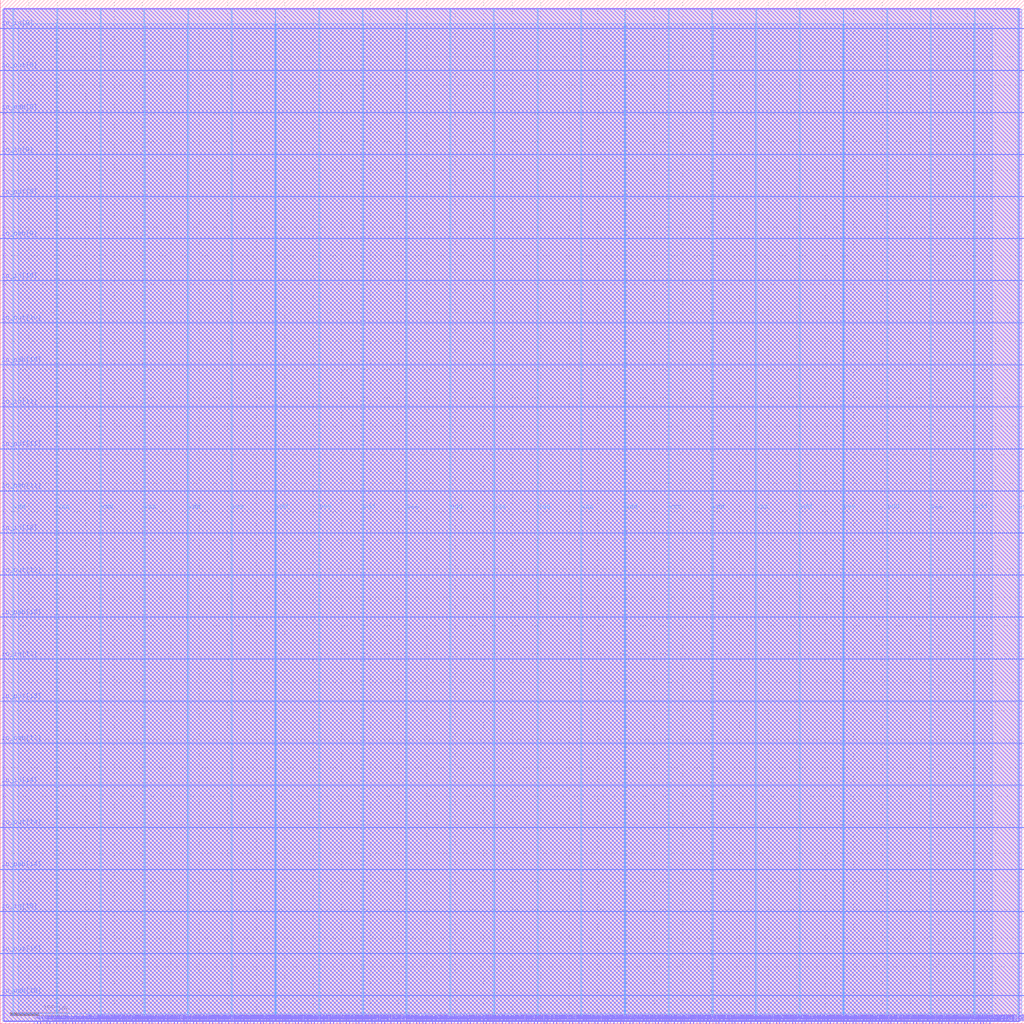
<source format=lef>
VERSION 5.7 ;
  NOWIREEXTENSIONATPIN ON ;
  DIVIDERCHAR "/" ;
  BUSBITCHARS "[]" ;
MACRO user_proj_example
  CLASS BLOCK ;
  FOREIGN user_proj_example ;
  ORIGIN 0.000 0.000 ;
  SIZE 1800.000 BY 1800.000 ;
  PIN io_in[0]
    DIRECTION INPUT ;
    USE SIGNAL ;
    PORT
      LAYER Metal3 ;
        RECT 1796.000 49.280 1800.000 49.840 ;
    END
  END io_in[0]
  PIN io_in[10]
    DIRECTION INPUT ;
    USE SIGNAL ;
    PORT
      LAYER Metal3 ;
        RECT 0.000 1305.920 4.000 1306.480 ;
    END
  END io_in[10]
  PIN io_in[11]
    DIRECTION INPUT ;
    USE SIGNAL ;
    PORT
      LAYER Metal3 ;
        RECT 0.000 1084.160 4.000 1084.720 ;
    END
  END io_in[11]
  PIN io_in[12]
    DIRECTION INPUT ;
    USE SIGNAL ;
    PORT
      LAYER Metal3 ;
        RECT 0.000 862.400 4.000 862.960 ;
    END
  END io_in[12]
  PIN io_in[13]
    DIRECTION INPUT ;
    USE SIGNAL ;
    PORT
      LAYER Metal3 ;
        RECT 0.000 640.640 4.000 641.200 ;
    END
  END io_in[13]
  PIN io_in[14]
    DIRECTION INPUT ;
    USE SIGNAL ;
    PORT
      LAYER Metal3 ;
        RECT 0.000 418.880 4.000 419.440 ;
    END
  END io_in[14]
  PIN io_in[15]
    DIRECTION INPUT ;
    USE SIGNAL ;
    PORT
      LAYER Metal3 ;
        RECT 0.000 197.120 4.000 197.680 ;
    END
  END io_in[15]
  PIN io_in[1]
    DIRECTION INPUT ;
    USE SIGNAL ;
    PORT
      LAYER Metal3 ;
        RECT 1796.000 271.040 1800.000 271.600 ;
    END
  END io_in[1]
  PIN io_in[2]
    DIRECTION INPUT ;
    USE SIGNAL ;
    PORT
      LAYER Metal3 ;
        RECT 1796.000 492.800 1800.000 493.360 ;
    END
  END io_in[2]
  PIN io_in[3]
    DIRECTION INPUT ;
    USE SIGNAL ;
    PORT
      LAYER Metal3 ;
        RECT 1796.000 714.560 1800.000 715.120 ;
    END
  END io_in[3]
  PIN io_in[4]
    DIRECTION INPUT ;
    USE SIGNAL ;
    PORT
      LAYER Metal3 ;
        RECT 1796.000 936.320 1800.000 936.880 ;
    END
  END io_in[4]
  PIN io_in[5]
    DIRECTION INPUT ;
    USE SIGNAL ;
    PORT
      LAYER Metal3 ;
        RECT 1796.000 1158.080 1800.000 1158.640 ;
    END
  END io_in[5]
  PIN io_in[6]
    DIRECTION INPUT ;
    USE SIGNAL ;
    PORT
      LAYER Metal3 ;
        RECT 1796.000 1379.840 1800.000 1380.400 ;
    END
  END io_in[6]
  PIN io_in[7]
    DIRECTION INPUT ;
    USE SIGNAL ;
    PORT
      LAYER Metal3 ;
        RECT 1796.000 1601.600 1800.000 1602.160 ;
    END
  END io_in[7]
  PIN io_in[8]
    DIRECTION INPUT ;
    USE SIGNAL ;
    PORT
      LAYER Metal3 ;
        RECT 0.000 1749.440 4.000 1750.000 ;
    END
  END io_in[8]
  PIN io_in[9]
    DIRECTION INPUT ;
    USE SIGNAL ;
    PORT
      LAYER Metal3 ;
        RECT 0.000 1527.680 4.000 1528.240 ;
    END
  END io_in[9]
  PIN io_oeb[0]
    DIRECTION OUTPUT TRISTATE ;
    USE SIGNAL ;
    ANTENNADIFFAREA 0.360800 ;
    PORT
      LAYER Metal3 ;
        RECT 1796.000 197.120 1800.000 197.680 ;
    END
  END io_oeb[0]
  PIN io_oeb[10]
    DIRECTION OUTPUT TRISTATE ;
    USE SIGNAL ;
    ANTENNADIFFAREA 0.360800 ;
    PORT
      LAYER Metal3 ;
        RECT 0.000 1158.080 4.000 1158.640 ;
    END
  END io_oeb[10]
  PIN io_oeb[11]
    DIRECTION OUTPUT TRISTATE ;
    USE SIGNAL ;
    ANTENNADIFFAREA 0.360800 ;
    PORT
      LAYER Metal3 ;
        RECT 0.000 936.320 4.000 936.880 ;
    END
  END io_oeb[11]
  PIN io_oeb[12]
    DIRECTION OUTPUT TRISTATE ;
    USE SIGNAL ;
    ANTENNADIFFAREA 0.360800 ;
    PORT
      LAYER Metal3 ;
        RECT 0.000 714.560 4.000 715.120 ;
    END
  END io_oeb[12]
  PIN io_oeb[13]
    DIRECTION OUTPUT TRISTATE ;
    USE SIGNAL ;
    ANTENNADIFFAREA 0.360800 ;
    PORT
      LAYER Metal3 ;
        RECT 0.000 492.800 4.000 493.360 ;
    END
  END io_oeb[13]
  PIN io_oeb[14]
    DIRECTION OUTPUT TRISTATE ;
    USE SIGNAL ;
    ANTENNADIFFAREA 0.360800 ;
    PORT
      LAYER Metal3 ;
        RECT 0.000 271.040 4.000 271.600 ;
    END
  END io_oeb[14]
  PIN io_oeb[15]
    DIRECTION OUTPUT TRISTATE ;
    USE SIGNAL ;
    ANTENNADIFFAREA 0.360800 ;
    PORT
      LAYER Metal3 ;
        RECT 0.000 49.280 4.000 49.840 ;
    END
  END io_oeb[15]
  PIN io_oeb[1]
    DIRECTION OUTPUT TRISTATE ;
    USE SIGNAL ;
    ANTENNADIFFAREA 0.360800 ;
    PORT
      LAYER Metal3 ;
        RECT 1796.000 418.880 1800.000 419.440 ;
    END
  END io_oeb[1]
  PIN io_oeb[2]
    DIRECTION OUTPUT TRISTATE ;
    USE SIGNAL ;
    ANTENNADIFFAREA 0.360800 ;
    PORT
      LAYER Metal3 ;
        RECT 1796.000 640.640 1800.000 641.200 ;
    END
  END io_oeb[2]
  PIN io_oeb[3]
    DIRECTION OUTPUT TRISTATE ;
    USE SIGNAL ;
    ANTENNADIFFAREA 0.360800 ;
    PORT
      LAYER Metal3 ;
        RECT 1796.000 862.400 1800.000 862.960 ;
    END
  END io_oeb[3]
  PIN io_oeb[4]
    DIRECTION OUTPUT TRISTATE ;
    USE SIGNAL ;
    ANTENNADIFFAREA 0.360800 ;
    PORT
      LAYER Metal3 ;
        RECT 1796.000 1084.160 1800.000 1084.720 ;
    END
  END io_oeb[4]
  PIN io_oeb[5]
    DIRECTION OUTPUT TRISTATE ;
    USE SIGNAL ;
    ANTENNADIFFAREA 0.360800 ;
    PORT
      LAYER Metal3 ;
        RECT 1796.000 1305.920 1800.000 1306.480 ;
    END
  END io_oeb[5]
  PIN io_oeb[6]
    DIRECTION OUTPUT TRISTATE ;
    USE SIGNAL ;
    ANTENNADIFFAREA 0.360800 ;
    PORT
      LAYER Metal3 ;
        RECT 1796.000 1527.680 1800.000 1528.240 ;
    END
  END io_oeb[6]
  PIN io_oeb[7]
    DIRECTION OUTPUT TRISTATE ;
    USE SIGNAL ;
    ANTENNADIFFAREA 0.360800 ;
    PORT
      LAYER Metal3 ;
        RECT 1796.000 1749.440 1800.000 1750.000 ;
    END
  END io_oeb[7]
  PIN io_oeb[8]
    DIRECTION OUTPUT TRISTATE ;
    USE SIGNAL ;
    ANTENNADIFFAREA 0.360800 ;
    PORT
      LAYER Metal3 ;
        RECT 0.000 1601.600 4.000 1602.160 ;
    END
  END io_oeb[8]
  PIN io_oeb[9]
    DIRECTION OUTPUT TRISTATE ;
    USE SIGNAL ;
    ANTENNADIFFAREA 0.360800 ;
    PORT
      LAYER Metal3 ;
        RECT 0.000 1379.840 4.000 1380.400 ;
    END
  END io_oeb[9]
  PIN io_out[0]
    DIRECTION OUTPUT TRISTATE ;
    USE SIGNAL ;
    ANTENNADIFFAREA 0.360800 ;
    PORT
      LAYER Metal3 ;
        RECT 1796.000 123.200 1800.000 123.760 ;
    END
  END io_out[0]
  PIN io_out[10]
    DIRECTION OUTPUT TRISTATE ;
    USE SIGNAL ;
    ANTENNADIFFAREA 4.731200 ;
    PORT
      LAYER Metal3 ;
        RECT 0.000 1232.000 4.000 1232.560 ;
    END
  END io_out[10]
  PIN io_out[11]
    DIRECTION OUTPUT TRISTATE ;
    USE SIGNAL ;
    ANTENNADIFFAREA 4.731200 ;
    PORT
      LAYER Metal3 ;
        RECT 0.000 1010.240 4.000 1010.800 ;
    END
  END io_out[11]
  PIN io_out[12]
    DIRECTION OUTPUT TRISTATE ;
    USE SIGNAL ;
    ANTENNADIFFAREA 4.731200 ;
    PORT
      LAYER Metal3 ;
        RECT 0.000 788.480 4.000 789.040 ;
    END
  END io_out[12]
  PIN io_out[13]
    DIRECTION OUTPUT TRISTATE ;
    USE SIGNAL ;
    ANTENNADIFFAREA 4.731200 ;
    PORT
      LAYER Metal3 ;
        RECT 0.000 566.720 4.000 567.280 ;
    END
  END io_out[13]
  PIN io_out[14]
    DIRECTION OUTPUT TRISTATE ;
    USE SIGNAL ;
    ANTENNADIFFAREA 4.731200 ;
    PORT
      LAYER Metal3 ;
        RECT 0.000 344.960 4.000 345.520 ;
    END
  END io_out[14]
  PIN io_out[15]
    DIRECTION OUTPUT TRISTATE ;
    USE SIGNAL ;
    ANTENNADIFFAREA 4.731200 ;
    PORT
      LAYER Metal3 ;
        RECT 0.000 123.200 4.000 123.760 ;
    END
  END io_out[15]
  PIN io_out[1]
    DIRECTION OUTPUT TRISTATE ;
    USE SIGNAL ;
    ANTENNADIFFAREA 0.360800 ;
    PORT
      LAYER Metal3 ;
        RECT 1796.000 344.960 1800.000 345.520 ;
    END
  END io_out[1]
  PIN io_out[2]
    DIRECTION OUTPUT TRISTATE ;
    USE SIGNAL ;
    ANTENNADIFFAREA 0.360800 ;
    PORT
      LAYER Metal3 ;
        RECT 1796.000 566.720 1800.000 567.280 ;
    END
  END io_out[2]
  PIN io_out[3]
    DIRECTION OUTPUT TRISTATE ;
    USE SIGNAL ;
    ANTENNADIFFAREA 0.360800 ;
    PORT
      LAYER Metal3 ;
        RECT 1796.000 788.480 1800.000 789.040 ;
    END
  END io_out[3]
  PIN io_out[4]
    DIRECTION OUTPUT TRISTATE ;
    USE SIGNAL ;
    ANTENNADIFFAREA 0.360800 ;
    PORT
      LAYER Metal3 ;
        RECT 1796.000 1010.240 1800.000 1010.800 ;
    END
  END io_out[4]
  PIN io_out[5]
    DIRECTION OUTPUT TRISTATE ;
    USE SIGNAL ;
    ANTENNADIFFAREA 0.360800 ;
    PORT
      LAYER Metal3 ;
        RECT 1796.000 1232.000 1800.000 1232.560 ;
    END
  END io_out[5]
  PIN io_out[6]
    DIRECTION OUTPUT TRISTATE ;
    USE SIGNAL ;
    ANTENNADIFFAREA 0.360800 ;
    PORT
      LAYER Metal3 ;
        RECT 1796.000 1453.760 1800.000 1454.320 ;
    END
  END io_out[6]
  PIN io_out[7]
    DIRECTION OUTPUT TRISTATE ;
    USE SIGNAL ;
    ANTENNADIFFAREA 0.360800 ;
    PORT
      LAYER Metal3 ;
        RECT 1796.000 1675.520 1800.000 1676.080 ;
    END
  END io_out[7]
  PIN io_out[8]
    DIRECTION OUTPUT TRISTATE ;
    USE SIGNAL ;
    ANTENNADIFFAREA 4.731200 ;
    PORT
      LAYER Metal3 ;
        RECT 0.000 1675.520 4.000 1676.080 ;
    END
  END io_out[8]
  PIN io_out[9]
    DIRECTION OUTPUT TRISTATE ;
    USE SIGNAL ;
    ANTENNADIFFAREA 4.731200 ;
    PORT
      LAYER Metal3 ;
        RECT 0.000 1453.760 4.000 1454.320 ;
    END
  END io_out[9]
  PIN irq[0]
    DIRECTION OUTPUT TRISTATE ;
    USE SIGNAL ;
    ANTENNADIFFAREA 0.360800 ;
    PORT
      LAYER Metal2 ;
        RECT 1728.160 0.000 1728.720 4.000 ;
    END
  END irq[0]
  PIN irq[1]
    DIRECTION OUTPUT TRISTATE ;
    USE SIGNAL ;
    ANTENNADIFFAREA 0.360800 ;
    PORT
      LAYER Metal2 ;
        RECT 1733.760 0.000 1734.320 4.000 ;
    END
  END irq[1]
  PIN irq[2]
    DIRECTION OUTPUT TRISTATE ;
    USE SIGNAL ;
    ANTENNADIFFAREA 0.360800 ;
    PORT
      LAYER Metal2 ;
        RECT 1739.360 0.000 1739.920 4.000 ;
    END
  END irq[2]
  PIN la_data_in[0]
    DIRECTION INPUT ;
    USE SIGNAL ;
    PORT
      LAYER Metal2 ;
        RECT 652.960 0.000 653.520 4.000 ;
    END
  END la_data_in[0]
  PIN la_data_in[10]
    DIRECTION INPUT ;
    USE SIGNAL ;
    PORT
      LAYER Metal2 ;
        RECT 820.960 0.000 821.520 4.000 ;
    END
  END la_data_in[10]
  PIN la_data_in[11]
    DIRECTION INPUT ;
    USE SIGNAL ;
    PORT
      LAYER Metal2 ;
        RECT 837.760 0.000 838.320 4.000 ;
    END
  END la_data_in[11]
  PIN la_data_in[12]
    DIRECTION INPUT ;
    USE SIGNAL ;
    PORT
      LAYER Metal2 ;
        RECT 854.560 0.000 855.120 4.000 ;
    END
  END la_data_in[12]
  PIN la_data_in[13]
    DIRECTION INPUT ;
    USE SIGNAL ;
    PORT
      LAYER Metal2 ;
        RECT 871.360 0.000 871.920 4.000 ;
    END
  END la_data_in[13]
  PIN la_data_in[14]
    DIRECTION INPUT ;
    USE SIGNAL ;
    PORT
      LAYER Metal2 ;
        RECT 888.160 0.000 888.720 4.000 ;
    END
  END la_data_in[14]
  PIN la_data_in[15]
    DIRECTION INPUT ;
    USE SIGNAL ;
    PORT
      LAYER Metal2 ;
        RECT 904.960 0.000 905.520 4.000 ;
    END
  END la_data_in[15]
  PIN la_data_in[16]
    DIRECTION INPUT ;
    USE SIGNAL ;
    PORT
      LAYER Metal2 ;
        RECT 921.760 0.000 922.320 4.000 ;
    END
  END la_data_in[16]
  PIN la_data_in[17]
    DIRECTION INPUT ;
    USE SIGNAL ;
    PORT
      LAYER Metal2 ;
        RECT 938.560 0.000 939.120 4.000 ;
    END
  END la_data_in[17]
  PIN la_data_in[18]
    DIRECTION INPUT ;
    USE SIGNAL ;
    PORT
      LAYER Metal2 ;
        RECT 955.360 0.000 955.920 4.000 ;
    END
  END la_data_in[18]
  PIN la_data_in[19]
    DIRECTION INPUT ;
    USE SIGNAL ;
    PORT
      LAYER Metal2 ;
        RECT 972.160 0.000 972.720 4.000 ;
    END
  END la_data_in[19]
  PIN la_data_in[1]
    DIRECTION INPUT ;
    USE SIGNAL ;
    PORT
      LAYER Metal2 ;
        RECT 669.760 0.000 670.320 4.000 ;
    END
  END la_data_in[1]
  PIN la_data_in[20]
    DIRECTION INPUT ;
    USE SIGNAL ;
    PORT
      LAYER Metal2 ;
        RECT 988.960 0.000 989.520 4.000 ;
    END
  END la_data_in[20]
  PIN la_data_in[21]
    DIRECTION INPUT ;
    USE SIGNAL ;
    PORT
      LAYER Metal2 ;
        RECT 1005.760 0.000 1006.320 4.000 ;
    END
  END la_data_in[21]
  PIN la_data_in[22]
    DIRECTION INPUT ;
    USE SIGNAL ;
    PORT
      LAYER Metal2 ;
        RECT 1022.560 0.000 1023.120 4.000 ;
    END
  END la_data_in[22]
  PIN la_data_in[23]
    DIRECTION INPUT ;
    USE SIGNAL ;
    PORT
      LAYER Metal2 ;
        RECT 1039.360 0.000 1039.920 4.000 ;
    END
  END la_data_in[23]
  PIN la_data_in[24]
    DIRECTION INPUT ;
    USE SIGNAL ;
    PORT
      LAYER Metal2 ;
        RECT 1056.160 0.000 1056.720 4.000 ;
    END
  END la_data_in[24]
  PIN la_data_in[25]
    DIRECTION INPUT ;
    USE SIGNAL ;
    PORT
      LAYER Metal2 ;
        RECT 1072.960 0.000 1073.520 4.000 ;
    END
  END la_data_in[25]
  PIN la_data_in[26]
    DIRECTION INPUT ;
    USE SIGNAL ;
    PORT
      LAYER Metal2 ;
        RECT 1089.760 0.000 1090.320 4.000 ;
    END
  END la_data_in[26]
  PIN la_data_in[27]
    DIRECTION INPUT ;
    USE SIGNAL ;
    PORT
      LAYER Metal2 ;
        RECT 1106.560 0.000 1107.120 4.000 ;
    END
  END la_data_in[27]
  PIN la_data_in[28]
    DIRECTION INPUT ;
    USE SIGNAL ;
    PORT
      LAYER Metal2 ;
        RECT 1123.360 0.000 1123.920 4.000 ;
    END
  END la_data_in[28]
  PIN la_data_in[29]
    DIRECTION INPUT ;
    USE SIGNAL ;
    PORT
      LAYER Metal2 ;
        RECT 1140.160 0.000 1140.720 4.000 ;
    END
  END la_data_in[29]
  PIN la_data_in[2]
    DIRECTION INPUT ;
    USE SIGNAL ;
    PORT
      LAYER Metal2 ;
        RECT 686.560 0.000 687.120 4.000 ;
    END
  END la_data_in[2]
  PIN la_data_in[30]
    DIRECTION INPUT ;
    USE SIGNAL ;
    PORT
      LAYER Metal2 ;
        RECT 1156.960 0.000 1157.520 4.000 ;
    END
  END la_data_in[30]
  PIN la_data_in[31]
    DIRECTION INPUT ;
    USE SIGNAL ;
    PORT
      LAYER Metal2 ;
        RECT 1173.760 0.000 1174.320 4.000 ;
    END
  END la_data_in[31]
  PIN la_data_in[32]
    DIRECTION INPUT ;
    USE SIGNAL ;
    PORT
      LAYER Metal2 ;
        RECT 1190.560 0.000 1191.120 4.000 ;
    END
  END la_data_in[32]
  PIN la_data_in[33]
    DIRECTION INPUT ;
    USE SIGNAL ;
    PORT
      LAYER Metal2 ;
        RECT 1207.360 0.000 1207.920 4.000 ;
    END
  END la_data_in[33]
  PIN la_data_in[34]
    DIRECTION INPUT ;
    USE SIGNAL ;
    PORT
      LAYER Metal2 ;
        RECT 1224.160 0.000 1224.720 4.000 ;
    END
  END la_data_in[34]
  PIN la_data_in[35]
    DIRECTION INPUT ;
    USE SIGNAL ;
    PORT
      LAYER Metal2 ;
        RECT 1240.960 0.000 1241.520 4.000 ;
    END
  END la_data_in[35]
  PIN la_data_in[36]
    DIRECTION INPUT ;
    USE SIGNAL ;
    PORT
      LAYER Metal2 ;
        RECT 1257.760 0.000 1258.320 4.000 ;
    END
  END la_data_in[36]
  PIN la_data_in[37]
    DIRECTION INPUT ;
    USE SIGNAL ;
    PORT
      LAYER Metal2 ;
        RECT 1274.560 0.000 1275.120 4.000 ;
    END
  END la_data_in[37]
  PIN la_data_in[38]
    DIRECTION INPUT ;
    USE SIGNAL ;
    PORT
      LAYER Metal2 ;
        RECT 1291.360 0.000 1291.920 4.000 ;
    END
  END la_data_in[38]
  PIN la_data_in[39]
    DIRECTION INPUT ;
    USE SIGNAL ;
    PORT
      LAYER Metal2 ;
        RECT 1308.160 0.000 1308.720 4.000 ;
    END
  END la_data_in[39]
  PIN la_data_in[3]
    DIRECTION INPUT ;
    USE SIGNAL ;
    PORT
      LAYER Metal2 ;
        RECT 703.360 0.000 703.920 4.000 ;
    END
  END la_data_in[3]
  PIN la_data_in[40]
    DIRECTION INPUT ;
    USE SIGNAL ;
    PORT
      LAYER Metal2 ;
        RECT 1324.960 0.000 1325.520 4.000 ;
    END
  END la_data_in[40]
  PIN la_data_in[41]
    DIRECTION INPUT ;
    USE SIGNAL ;
    PORT
      LAYER Metal2 ;
        RECT 1341.760 0.000 1342.320 4.000 ;
    END
  END la_data_in[41]
  PIN la_data_in[42]
    DIRECTION INPUT ;
    USE SIGNAL ;
    PORT
      LAYER Metal2 ;
        RECT 1358.560 0.000 1359.120 4.000 ;
    END
  END la_data_in[42]
  PIN la_data_in[43]
    DIRECTION INPUT ;
    USE SIGNAL ;
    PORT
      LAYER Metal2 ;
        RECT 1375.360 0.000 1375.920 4.000 ;
    END
  END la_data_in[43]
  PIN la_data_in[44]
    DIRECTION INPUT ;
    USE SIGNAL ;
    PORT
      LAYER Metal2 ;
        RECT 1392.160 0.000 1392.720 4.000 ;
    END
  END la_data_in[44]
  PIN la_data_in[45]
    DIRECTION INPUT ;
    USE SIGNAL ;
    PORT
      LAYER Metal2 ;
        RECT 1408.960 0.000 1409.520 4.000 ;
    END
  END la_data_in[45]
  PIN la_data_in[46]
    DIRECTION INPUT ;
    USE SIGNAL ;
    PORT
      LAYER Metal2 ;
        RECT 1425.760 0.000 1426.320 4.000 ;
    END
  END la_data_in[46]
  PIN la_data_in[47]
    DIRECTION INPUT ;
    USE SIGNAL ;
    PORT
      LAYER Metal2 ;
        RECT 1442.560 0.000 1443.120 4.000 ;
    END
  END la_data_in[47]
  PIN la_data_in[48]
    DIRECTION INPUT ;
    USE SIGNAL ;
    PORT
      LAYER Metal2 ;
        RECT 1459.360 0.000 1459.920 4.000 ;
    END
  END la_data_in[48]
  PIN la_data_in[49]
    DIRECTION INPUT ;
    USE SIGNAL ;
    PORT
      LAYER Metal2 ;
        RECT 1476.160 0.000 1476.720 4.000 ;
    END
  END la_data_in[49]
  PIN la_data_in[4]
    DIRECTION INPUT ;
    USE SIGNAL ;
    PORT
      LAYER Metal2 ;
        RECT 720.160 0.000 720.720 4.000 ;
    END
  END la_data_in[4]
  PIN la_data_in[50]
    DIRECTION INPUT ;
    USE SIGNAL ;
    PORT
      LAYER Metal2 ;
        RECT 1492.960 0.000 1493.520 4.000 ;
    END
  END la_data_in[50]
  PIN la_data_in[51]
    DIRECTION INPUT ;
    USE SIGNAL ;
    PORT
      LAYER Metal2 ;
        RECT 1509.760 0.000 1510.320 4.000 ;
    END
  END la_data_in[51]
  PIN la_data_in[52]
    DIRECTION INPUT ;
    USE SIGNAL ;
    PORT
      LAYER Metal2 ;
        RECT 1526.560 0.000 1527.120 4.000 ;
    END
  END la_data_in[52]
  PIN la_data_in[53]
    DIRECTION INPUT ;
    USE SIGNAL ;
    PORT
      LAYER Metal2 ;
        RECT 1543.360 0.000 1543.920 4.000 ;
    END
  END la_data_in[53]
  PIN la_data_in[54]
    DIRECTION INPUT ;
    USE SIGNAL ;
    PORT
      LAYER Metal2 ;
        RECT 1560.160 0.000 1560.720 4.000 ;
    END
  END la_data_in[54]
  PIN la_data_in[55]
    DIRECTION INPUT ;
    USE SIGNAL ;
    PORT
      LAYER Metal2 ;
        RECT 1576.960 0.000 1577.520 4.000 ;
    END
  END la_data_in[55]
  PIN la_data_in[56]
    DIRECTION INPUT ;
    USE SIGNAL ;
    PORT
      LAYER Metal2 ;
        RECT 1593.760 0.000 1594.320 4.000 ;
    END
  END la_data_in[56]
  PIN la_data_in[57]
    DIRECTION INPUT ;
    USE SIGNAL ;
    PORT
      LAYER Metal2 ;
        RECT 1610.560 0.000 1611.120 4.000 ;
    END
  END la_data_in[57]
  PIN la_data_in[58]
    DIRECTION INPUT ;
    USE SIGNAL ;
    PORT
      LAYER Metal2 ;
        RECT 1627.360 0.000 1627.920 4.000 ;
    END
  END la_data_in[58]
  PIN la_data_in[59]
    DIRECTION INPUT ;
    USE SIGNAL ;
    PORT
      LAYER Metal2 ;
        RECT 1644.160 0.000 1644.720 4.000 ;
    END
  END la_data_in[59]
  PIN la_data_in[5]
    DIRECTION INPUT ;
    USE SIGNAL ;
    PORT
      LAYER Metal2 ;
        RECT 736.960 0.000 737.520 4.000 ;
    END
  END la_data_in[5]
  PIN la_data_in[60]
    DIRECTION INPUT ;
    USE SIGNAL ;
    PORT
      LAYER Metal2 ;
        RECT 1660.960 0.000 1661.520 4.000 ;
    END
  END la_data_in[60]
  PIN la_data_in[61]
    DIRECTION INPUT ;
    USE SIGNAL ;
    PORT
      LAYER Metal2 ;
        RECT 1677.760 0.000 1678.320 4.000 ;
    END
  END la_data_in[61]
  PIN la_data_in[62]
    DIRECTION INPUT ;
    USE SIGNAL ;
    PORT
      LAYER Metal2 ;
        RECT 1694.560 0.000 1695.120 4.000 ;
    END
  END la_data_in[62]
  PIN la_data_in[63]
    DIRECTION INPUT ;
    USE SIGNAL ;
    PORT
      LAYER Metal2 ;
        RECT 1711.360 0.000 1711.920 4.000 ;
    END
  END la_data_in[63]
  PIN la_data_in[6]
    DIRECTION INPUT ;
    USE SIGNAL ;
    PORT
      LAYER Metal2 ;
        RECT 753.760 0.000 754.320 4.000 ;
    END
  END la_data_in[6]
  PIN la_data_in[7]
    DIRECTION INPUT ;
    USE SIGNAL ;
    PORT
      LAYER Metal2 ;
        RECT 770.560 0.000 771.120 4.000 ;
    END
  END la_data_in[7]
  PIN la_data_in[8]
    DIRECTION INPUT ;
    USE SIGNAL ;
    PORT
      LAYER Metal2 ;
        RECT 787.360 0.000 787.920 4.000 ;
    END
  END la_data_in[8]
  PIN la_data_in[9]
    DIRECTION INPUT ;
    USE SIGNAL ;
    PORT
      LAYER Metal2 ;
        RECT 804.160 0.000 804.720 4.000 ;
    END
  END la_data_in[9]
  PIN la_data_out[0]
    DIRECTION OUTPUT TRISTATE ;
    USE SIGNAL ;
    ANTENNADIFFAREA 4.731200 ;
    PORT
      LAYER Metal2 ;
        RECT 658.560 0.000 659.120 4.000 ;
    END
  END la_data_out[0]
  PIN la_data_out[10]
    DIRECTION OUTPUT TRISTATE ;
    USE SIGNAL ;
    ANTENNADIFFAREA 0.360800 ;
    PORT
      LAYER Metal2 ;
        RECT 826.560 0.000 827.120 4.000 ;
    END
  END la_data_out[10]
  PIN la_data_out[11]
    DIRECTION OUTPUT TRISTATE ;
    USE SIGNAL ;
    ANTENNADIFFAREA 0.360800 ;
    PORT
      LAYER Metal2 ;
        RECT 843.360 0.000 843.920 4.000 ;
    END
  END la_data_out[11]
  PIN la_data_out[12]
    DIRECTION OUTPUT TRISTATE ;
    USE SIGNAL ;
    ANTENNADIFFAREA 0.360800 ;
    PORT
      LAYER Metal2 ;
        RECT 860.160 0.000 860.720 4.000 ;
    END
  END la_data_out[12]
  PIN la_data_out[13]
    DIRECTION OUTPUT TRISTATE ;
    USE SIGNAL ;
    ANTENNADIFFAREA 0.360800 ;
    PORT
      LAYER Metal2 ;
        RECT 876.960 0.000 877.520 4.000 ;
    END
  END la_data_out[13]
  PIN la_data_out[14]
    DIRECTION OUTPUT TRISTATE ;
    USE SIGNAL ;
    ANTENNADIFFAREA 0.360800 ;
    PORT
      LAYER Metal2 ;
        RECT 893.760 0.000 894.320 4.000 ;
    END
  END la_data_out[14]
  PIN la_data_out[15]
    DIRECTION OUTPUT TRISTATE ;
    USE SIGNAL ;
    ANTENNADIFFAREA 0.360800 ;
    PORT
      LAYER Metal2 ;
        RECT 910.560 0.000 911.120 4.000 ;
    END
  END la_data_out[15]
  PIN la_data_out[16]
    DIRECTION OUTPUT TRISTATE ;
    USE SIGNAL ;
    ANTENNADIFFAREA 0.360800 ;
    PORT
      LAYER Metal2 ;
        RECT 927.360 0.000 927.920 4.000 ;
    END
  END la_data_out[16]
  PIN la_data_out[17]
    DIRECTION OUTPUT TRISTATE ;
    USE SIGNAL ;
    ANTENNADIFFAREA 0.360800 ;
    PORT
      LAYER Metal2 ;
        RECT 944.160 0.000 944.720 4.000 ;
    END
  END la_data_out[17]
  PIN la_data_out[18]
    DIRECTION OUTPUT TRISTATE ;
    USE SIGNAL ;
    ANTENNADIFFAREA 0.360800 ;
    PORT
      LAYER Metal2 ;
        RECT 960.960 0.000 961.520 4.000 ;
    END
  END la_data_out[18]
  PIN la_data_out[19]
    DIRECTION OUTPUT TRISTATE ;
    USE SIGNAL ;
    ANTENNADIFFAREA 0.360800 ;
    PORT
      LAYER Metal2 ;
        RECT 977.760 0.000 978.320 4.000 ;
    END
  END la_data_out[19]
  PIN la_data_out[1]
    DIRECTION OUTPUT TRISTATE ;
    USE SIGNAL ;
    ANTENNADIFFAREA 4.731200 ;
    PORT
      LAYER Metal2 ;
        RECT 675.360 0.000 675.920 4.000 ;
    END
  END la_data_out[1]
  PIN la_data_out[20]
    DIRECTION OUTPUT TRISTATE ;
    USE SIGNAL ;
    ANTENNADIFFAREA 0.360800 ;
    PORT
      LAYER Metal2 ;
        RECT 994.560 0.000 995.120 4.000 ;
    END
  END la_data_out[20]
  PIN la_data_out[21]
    DIRECTION OUTPUT TRISTATE ;
    USE SIGNAL ;
    ANTENNADIFFAREA 0.360800 ;
    PORT
      LAYER Metal2 ;
        RECT 1011.360 0.000 1011.920 4.000 ;
    END
  END la_data_out[21]
  PIN la_data_out[22]
    DIRECTION OUTPUT TRISTATE ;
    USE SIGNAL ;
    ANTENNADIFFAREA 0.360800 ;
    PORT
      LAYER Metal2 ;
        RECT 1028.160 0.000 1028.720 4.000 ;
    END
  END la_data_out[22]
  PIN la_data_out[23]
    DIRECTION OUTPUT TRISTATE ;
    USE SIGNAL ;
    ANTENNADIFFAREA 0.360800 ;
    PORT
      LAYER Metal2 ;
        RECT 1044.960 0.000 1045.520 4.000 ;
    END
  END la_data_out[23]
  PIN la_data_out[24]
    DIRECTION OUTPUT TRISTATE ;
    USE SIGNAL ;
    ANTENNADIFFAREA 0.360800 ;
    PORT
      LAYER Metal2 ;
        RECT 1061.760 0.000 1062.320 4.000 ;
    END
  END la_data_out[24]
  PIN la_data_out[25]
    DIRECTION OUTPUT TRISTATE ;
    USE SIGNAL ;
    ANTENNADIFFAREA 0.360800 ;
    PORT
      LAYER Metal2 ;
        RECT 1078.560 0.000 1079.120 4.000 ;
    END
  END la_data_out[25]
  PIN la_data_out[26]
    DIRECTION OUTPUT TRISTATE ;
    USE SIGNAL ;
    ANTENNADIFFAREA 0.360800 ;
    PORT
      LAYER Metal2 ;
        RECT 1095.360 0.000 1095.920 4.000 ;
    END
  END la_data_out[26]
  PIN la_data_out[27]
    DIRECTION OUTPUT TRISTATE ;
    USE SIGNAL ;
    ANTENNADIFFAREA 0.360800 ;
    PORT
      LAYER Metal2 ;
        RECT 1112.160 0.000 1112.720 4.000 ;
    END
  END la_data_out[27]
  PIN la_data_out[28]
    DIRECTION OUTPUT TRISTATE ;
    USE SIGNAL ;
    ANTENNADIFFAREA 0.360800 ;
    PORT
      LAYER Metal2 ;
        RECT 1128.960 0.000 1129.520 4.000 ;
    END
  END la_data_out[28]
  PIN la_data_out[29]
    DIRECTION OUTPUT TRISTATE ;
    USE SIGNAL ;
    ANTENNADIFFAREA 0.360800 ;
    PORT
      LAYER Metal2 ;
        RECT 1145.760 0.000 1146.320 4.000 ;
    END
  END la_data_out[29]
  PIN la_data_out[2]
    DIRECTION OUTPUT TRISTATE ;
    USE SIGNAL ;
    ANTENNADIFFAREA 4.731200 ;
    PORT
      LAYER Metal2 ;
        RECT 692.160 0.000 692.720 4.000 ;
    END
  END la_data_out[2]
  PIN la_data_out[30]
    DIRECTION OUTPUT TRISTATE ;
    USE SIGNAL ;
    ANTENNADIFFAREA 0.360800 ;
    PORT
      LAYER Metal2 ;
        RECT 1162.560 0.000 1163.120 4.000 ;
    END
  END la_data_out[30]
  PIN la_data_out[31]
    DIRECTION OUTPUT TRISTATE ;
    USE SIGNAL ;
    ANTENNADIFFAREA 0.360800 ;
    PORT
      LAYER Metal2 ;
        RECT 1179.360 0.000 1179.920 4.000 ;
    END
  END la_data_out[31]
  PIN la_data_out[32]
    DIRECTION OUTPUT TRISTATE ;
    USE SIGNAL ;
    ANTENNADIFFAREA 0.360800 ;
    PORT
      LAYER Metal2 ;
        RECT 1196.160 0.000 1196.720 4.000 ;
    END
  END la_data_out[32]
  PIN la_data_out[33]
    DIRECTION OUTPUT TRISTATE ;
    USE SIGNAL ;
    ANTENNADIFFAREA 0.360800 ;
    PORT
      LAYER Metal2 ;
        RECT 1212.960 0.000 1213.520 4.000 ;
    END
  END la_data_out[33]
  PIN la_data_out[34]
    DIRECTION OUTPUT TRISTATE ;
    USE SIGNAL ;
    ANTENNADIFFAREA 0.360800 ;
    PORT
      LAYER Metal2 ;
        RECT 1229.760 0.000 1230.320 4.000 ;
    END
  END la_data_out[34]
  PIN la_data_out[35]
    DIRECTION OUTPUT TRISTATE ;
    USE SIGNAL ;
    ANTENNADIFFAREA 0.360800 ;
    PORT
      LAYER Metal2 ;
        RECT 1246.560 0.000 1247.120 4.000 ;
    END
  END la_data_out[35]
  PIN la_data_out[36]
    DIRECTION OUTPUT TRISTATE ;
    USE SIGNAL ;
    ANTENNADIFFAREA 0.360800 ;
    PORT
      LAYER Metal2 ;
        RECT 1263.360 0.000 1263.920 4.000 ;
    END
  END la_data_out[36]
  PIN la_data_out[37]
    DIRECTION OUTPUT TRISTATE ;
    USE SIGNAL ;
    ANTENNADIFFAREA 0.360800 ;
    PORT
      LAYER Metal2 ;
        RECT 1280.160 0.000 1280.720 4.000 ;
    END
  END la_data_out[37]
  PIN la_data_out[38]
    DIRECTION OUTPUT TRISTATE ;
    USE SIGNAL ;
    ANTENNADIFFAREA 0.360800 ;
    PORT
      LAYER Metal2 ;
        RECT 1296.960 0.000 1297.520 4.000 ;
    END
  END la_data_out[38]
  PIN la_data_out[39]
    DIRECTION OUTPUT TRISTATE ;
    USE SIGNAL ;
    ANTENNADIFFAREA 0.360800 ;
    PORT
      LAYER Metal2 ;
        RECT 1313.760 0.000 1314.320 4.000 ;
    END
  END la_data_out[39]
  PIN la_data_out[3]
    DIRECTION OUTPUT TRISTATE ;
    USE SIGNAL ;
    ANTENNADIFFAREA 4.731200 ;
    PORT
      LAYER Metal2 ;
        RECT 708.960 0.000 709.520 4.000 ;
    END
  END la_data_out[3]
  PIN la_data_out[40]
    DIRECTION OUTPUT TRISTATE ;
    USE SIGNAL ;
    ANTENNADIFFAREA 0.360800 ;
    PORT
      LAYER Metal2 ;
        RECT 1330.560 0.000 1331.120 4.000 ;
    END
  END la_data_out[40]
  PIN la_data_out[41]
    DIRECTION OUTPUT TRISTATE ;
    USE SIGNAL ;
    ANTENNADIFFAREA 0.360800 ;
    PORT
      LAYER Metal2 ;
        RECT 1347.360 0.000 1347.920 4.000 ;
    END
  END la_data_out[41]
  PIN la_data_out[42]
    DIRECTION OUTPUT TRISTATE ;
    USE SIGNAL ;
    ANTENNADIFFAREA 0.360800 ;
    PORT
      LAYER Metal2 ;
        RECT 1364.160 0.000 1364.720 4.000 ;
    END
  END la_data_out[42]
  PIN la_data_out[43]
    DIRECTION OUTPUT TRISTATE ;
    USE SIGNAL ;
    ANTENNADIFFAREA 0.360800 ;
    PORT
      LAYER Metal2 ;
        RECT 1380.960 0.000 1381.520 4.000 ;
    END
  END la_data_out[43]
  PIN la_data_out[44]
    DIRECTION OUTPUT TRISTATE ;
    USE SIGNAL ;
    ANTENNADIFFAREA 0.360800 ;
    PORT
      LAYER Metal2 ;
        RECT 1397.760 0.000 1398.320 4.000 ;
    END
  END la_data_out[44]
  PIN la_data_out[45]
    DIRECTION OUTPUT TRISTATE ;
    USE SIGNAL ;
    ANTENNADIFFAREA 0.360800 ;
    PORT
      LAYER Metal2 ;
        RECT 1414.560 0.000 1415.120 4.000 ;
    END
  END la_data_out[45]
  PIN la_data_out[46]
    DIRECTION OUTPUT TRISTATE ;
    USE SIGNAL ;
    ANTENNADIFFAREA 0.360800 ;
    PORT
      LAYER Metal2 ;
        RECT 1431.360 0.000 1431.920 4.000 ;
    END
  END la_data_out[46]
  PIN la_data_out[47]
    DIRECTION OUTPUT TRISTATE ;
    USE SIGNAL ;
    ANTENNADIFFAREA 0.360800 ;
    PORT
      LAYER Metal2 ;
        RECT 1448.160 0.000 1448.720 4.000 ;
    END
  END la_data_out[47]
  PIN la_data_out[48]
    DIRECTION OUTPUT TRISTATE ;
    USE SIGNAL ;
    ANTENNADIFFAREA 0.360800 ;
    PORT
      LAYER Metal2 ;
        RECT 1464.960 0.000 1465.520 4.000 ;
    END
  END la_data_out[48]
  PIN la_data_out[49]
    DIRECTION OUTPUT TRISTATE ;
    USE SIGNAL ;
    ANTENNADIFFAREA 0.360800 ;
    PORT
      LAYER Metal2 ;
        RECT 1481.760 0.000 1482.320 4.000 ;
    END
  END la_data_out[49]
  PIN la_data_out[4]
    DIRECTION OUTPUT TRISTATE ;
    USE SIGNAL ;
    ANTENNADIFFAREA 4.731200 ;
    PORT
      LAYER Metal2 ;
        RECT 725.760 0.000 726.320 4.000 ;
    END
  END la_data_out[4]
  PIN la_data_out[50]
    DIRECTION OUTPUT TRISTATE ;
    USE SIGNAL ;
    ANTENNADIFFAREA 0.360800 ;
    PORT
      LAYER Metal2 ;
        RECT 1498.560 0.000 1499.120 4.000 ;
    END
  END la_data_out[50]
  PIN la_data_out[51]
    DIRECTION OUTPUT TRISTATE ;
    USE SIGNAL ;
    ANTENNADIFFAREA 0.360800 ;
    PORT
      LAYER Metal2 ;
        RECT 1515.360 0.000 1515.920 4.000 ;
    END
  END la_data_out[51]
  PIN la_data_out[52]
    DIRECTION OUTPUT TRISTATE ;
    USE SIGNAL ;
    ANTENNADIFFAREA 0.360800 ;
    PORT
      LAYER Metal2 ;
        RECT 1532.160 0.000 1532.720 4.000 ;
    END
  END la_data_out[52]
  PIN la_data_out[53]
    DIRECTION OUTPUT TRISTATE ;
    USE SIGNAL ;
    ANTENNADIFFAREA 0.360800 ;
    PORT
      LAYER Metal2 ;
        RECT 1548.960 0.000 1549.520 4.000 ;
    END
  END la_data_out[53]
  PIN la_data_out[54]
    DIRECTION OUTPUT TRISTATE ;
    USE SIGNAL ;
    ANTENNADIFFAREA 0.360800 ;
    PORT
      LAYER Metal2 ;
        RECT 1565.760 0.000 1566.320 4.000 ;
    END
  END la_data_out[54]
  PIN la_data_out[55]
    DIRECTION OUTPUT TRISTATE ;
    USE SIGNAL ;
    ANTENNADIFFAREA 0.360800 ;
    PORT
      LAYER Metal2 ;
        RECT 1582.560 0.000 1583.120 4.000 ;
    END
  END la_data_out[55]
  PIN la_data_out[56]
    DIRECTION OUTPUT TRISTATE ;
    USE SIGNAL ;
    ANTENNADIFFAREA 0.360800 ;
    PORT
      LAYER Metal2 ;
        RECT 1599.360 0.000 1599.920 4.000 ;
    END
  END la_data_out[56]
  PIN la_data_out[57]
    DIRECTION OUTPUT TRISTATE ;
    USE SIGNAL ;
    ANTENNADIFFAREA 0.360800 ;
    PORT
      LAYER Metal2 ;
        RECT 1616.160 0.000 1616.720 4.000 ;
    END
  END la_data_out[57]
  PIN la_data_out[58]
    DIRECTION OUTPUT TRISTATE ;
    USE SIGNAL ;
    ANTENNADIFFAREA 0.360800 ;
    PORT
      LAYER Metal2 ;
        RECT 1632.960 0.000 1633.520 4.000 ;
    END
  END la_data_out[58]
  PIN la_data_out[59]
    DIRECTION OUTPUT TRISTATE ;
    USE SIGNAL ;
    ANTENNADIFFAREA 0.360800 ;
    PORT
      LAYER Metal2 ;
        RECT 1649.760 0.000 1650.320 4.000 ;
    END
  END la_data_out[59]
  PIN la_data_out[5]
    DIRECTION OUTPUT TRISTATE ;
    USE SIGNAL ;
    ANTENNADIFFAREA 4.731200 ;
    PORT
      LAYER Metal2 ;
        RECT 742.560 0.000 743.120 4.000 ;
    END
  END la_data_out[5]
  PIN la_data_out[60]
    DIRECTION OUTPUT TRISTATE ;
    USE SIGNAL ;
    ANTENNADIFFAREA 0.360800 ;
    PORT
      LAYER Metal2 ;
        RECT 1666.560 0.000 1667.120 4.000 ;
    END
  END la_data_out[60]
  PIN la_data_out[61]
    DIRECTION OUTPUT TRISTATE ;
    USE SIGNAL ;
    ANTENNADIFFAREA 0.360800 ;
    PORT
      LAYER Metal2 ;
        RECT 1683.360 0.000 1683.920 4.000 ;
    END
  END la_data_out[61]
  PIN la_data_out[62]
    DIRECTION OUTPUT TRISTATE ;
    USE SIGNAL ;
    ANTENNADIFFAREA 0.360800 ;
    PORT
      LAYER Metal2 ;
        RECT 1700.160 0.000 1700.720 4.000 ;
    END
  END la_data_out[62]
  PIN la_data_out[63]
    DIRECTION OUTPUT TRISTATE ;
    USE SIGNAL ;
    ANTENNADIFFAREA 0.360800 ;
    PORT
      LAYER Metal2 ;
        RECT 1716.960 0.000 1717.520 4.000 ;
    END
  END la_data_out[63]
  PIN la_data_out[6]
    DIRECTION OUTPUT TRISTATE ;
    USE SIGNAL ;
    ANTENNADIFFAREA 4.731200 ;
    PORT
      LAYER Metal2 ;
        RECT 759.360 0.000 759.920 4.000 ;
    END
  END la_data_out[6]
  PIN la_data_out[7]
    DIRECTION OUTPUT TRISTATE ;
    USE SIGNAL ;
    ANTENNADIFFAREA 4.731200 ;
    PORT
      LAYER Metal2 ;
        RECT 776.160 0.000 776.720 4.000 ;
    END
  END la_data_out[7]
  PIN la_data_out[8]
    DIRECTION OUTPUT TRISTATE ;
    USE SIGNAL ;
    ANTENNADIFFAREA 0.360800 ;
    PORT
      LAYER Metal2 ;
        RECT 792.960 0.000 793.520 4.000 ;
    END
  END la_data_out[8]
  PIN la_data_out[9]
    DIRECTION OUTPUT TRISTATE ;
    USE SIGNAL ;
    ANTENNADIFFAREA 0.360800 ;
    PORT
      LAYER Metal2 ;
        RECT 809.760 0.000 810.320 4.000 ;
    END
  END la_data_out[9]
  PIN la_oenb[0]
    DIRECTION INPUT ;
    USE SIGNAL ;
    PORT
      LAYER Metal2 ;
        RECT 664.160 0.000 664.720 4.000 ;
    END
  END la_oenb[0]
  PIN la_oenb[10]
    DIRECTION INPUT ;
    USE SIGNAL ;
    PORT
      LAYER Metal2 ;
        RECT 832.160 0.000 832.720 4.000 ;
    END
  END la_oenb[10]
  PIN la_oenb[11]
    DIRECTION INPUT ;
    USE SIGNAL ;
    PORT
      LAYER Metal2 ;
        RECT 848.960 0.000 849.520 4.000 ;
    END
  END la_oenb[11]
  PIN la_oenb[12]
    DIRECTION INPUT ;
    USE SIGNAL ;
    PORT
      LAYER Metal2 ;
        RECT 865.760 0.000 866.320 4.000 ;
    END
  END la_oenb[12]
  PIN la_oenb[13]
    DIRECTION INPUT ;
    USE SIGNAL ;
    PORT
      LAYER Metal2 ;
        RECT 882.560 0.000 883.120 4.000 ;
    END
  END la_oenb[13]
  PIN la_oenb[14]
    DIRECTION INPUT ;
    USE SIGNAL ;
    PORT
      LAYER Metal2 ;
        RECT 899.360 0.000 899.920 4.000 ;
    END
  END la_oenb[14]
  PIN la_oenb[15]
    DIRECTION INPUT ;
    USE SIGNAL ;
    PORT
      LAYER Metal2 ;
        RECT 916.160 0.000 916.720 4.000 ;
    END
  END la_oenb[15]
  PIN la_oenb[16]
    DIRECTION INPUT ;
    USE SIGNAL ;
    PORT
      LAYER Metal2 ;
        RECT 932.960 0.000 933.520 4.000 ;
    END
  END la_oenb[16]
  PIN la_oenb[17]
    DIRECTION INPUT ;
    USE SIGNAL ;
    PORT
      LAYER Metal2 ;
        RECT 949.760 0.000 950.320 4.000 ;
    END
  END la_oenb[17]
  PIN la_oenb[18]
    DIRECTION INPUT ;
    USE SIGNAL ;
    PORT
      LAYER Metal2 ;
        RECT 966.560 0.000 967.120 4.000 ;
    END
  END la_oenb[18]
  PIN la_oenb[19]
    DIRECTION INPUT ;
    USE SIGNAL ;
    PORT
      LAYER Metal2 ;
        RECT 983.360 0.000 983.920 4.000 ;
    END
  END la_oenb[19]
  PIN la_oenb[1]
    DIRECTION INPUT ;
    USE SIGNAL ;
    PORT
      LAYER Metal2 ;
        RECT 680.960 0.000 681.520 4.000 ;
    END
  END la_oenb[1]
  PIN la_oenb[20]
    DIRECTION INPUT ;
    USE SIGNAL ;
    PORT
      LAYER Metal2 ;
        RECT 1000.160 0.000 1000.720 4.000 ;
    END
  END la_oenb[20]
  PIN la_oenb[21]
    DIRECTION INPUT ;
    USE SIGNAL ;
    PORT
      LAYER Metal2 ;
        RECT 1016.960 0.000 1017.520 4.000 ;
    END
  END la_oenb[21]
  PIN la_oenb[22]
    DIRECTION INPUT ;
    USE SIGNAL ;
    PORT
      LAYER Metal2 ;
        RECT 1033.760 0.000 1034.320 4.000 ;
    END
  END la_oenb[22]
  PIN la_oenb[23]
    DIRECTION INPUT ;
    USE SIGNAL ;
    PORT
      LAYER Metal2 ;
        RECT 1050.560 0.000 1051.120 4.000 ;
    END
  END la_oenb[23]
  PIN la_oenb[24]
    DIRECTION INPUT ;
    USE SIGNAL ;
    PORT
      LAYER Metal2 ;
        RECT 1067.360 0.000 1067.920 4.000 ;
    END
  END la_oenb[24]
  PIN la_oenb[25]
    DIRECTION INPUT ;
    USE SIGNAL ;
    PORT
      LAYER Metal2 ;
        RECT 1084.160 0.000 1084.720 4.000 ;
    END
  END la_oenb[25]
  PIN la_oenb[26]
    DIRECTION INPUT ;
    USE SIGNAL ;
    PORT
      LAYER Metal2 ;
        RECT 1100.960 0.000 1101.520 4.000 ;
    END
  END la_oenb[26]
  PIN la_oenb[27]
    DIRECTION INPUT ;
    USE SIGNAL ;
    PORT
      LAYER Metal2 ;
        RECT 1117.760 0.000 1118.320 4.000 ;
    END
  END la_oenb[27]
  PIN la_oenb[28]
    DIRECTION INPUT ;
    USE SIGNAL ;
    PORT
      LAYER Metal2 ;
        RECT 1134.560 0.000 1135.120 4.000 ;
    END
  END la_oenb[28]
  PIN la_oenb[29]
    DIRECTION INPUT ;
    USE SIGNAL ;
    PORT
      LAYER Metal2 ;
        RECT 1151.360 0.000 1151.920 4.000 ;
    END
  END la_oenb[29]
  PIN la_oenb[2]
    DIRECTION INPUT ;
    USE SIGNAL ;
    PORT
      LAYER Metal2 ;
        RECT 697.760 0.000 698.320 4.000 ;
    END
  END la_oenb[2]
  PIN la_oenb[30]
    DIRECTION INPUT ;
    USE SIGNAL ;
    PORT
      LAYER Metal2 ;
        RECT 1168.160 0.000 1168.720 4.000 ;
    END
  END la_oenb[30]
  PIN la_oenb[31]
    DIRECTION INPUT ;
    USE SIGNAL ;
    PORT
      LAYER Metal2 ;
        RECT 1184.960 0.000 1185.520 4.000 ;
    END
  END la_oenb[31]
  PIN la_oenb[32]
    DIRECTION INPUT ;
    USE SIGNAL ;
    PORT
      LAYER Metal2 ;
        RECT 1201.760 0.000 1202.320 4.000 ;
    END
  END la_oenb[32]
  PIN la_oenb[33]
    DIRECTION INPUT ;
    USE SIGNAL ;
    PORT
      LAYER Metal2 ;
        RECT 1218.560 0.000 1219.120 4.000 ;
    END
  END la_oenb[33]
  PIN la_oenb[34]
    DIRECTION INPUT ;
    USE SIGNAL ;
    PORT
      LAYER Metal2 ;
        RECT 1235.360 0.000 1235.920 4.000 ;
    END
  END la_oenb[34]
  PIN la_oenb[35]
    DIRECTION INPUT ;
    USE SIGNAL ;
    PORT
      LAYER Metal2 ;
        RECT 1252.160 0.000 1252.720 4.000 ;
    END
  END la_oenb[35]
  PIN la_oenb[36]
    DIRECTION INPUT ;
    USE SIGNAL ;
    PORT
      LAYER Metal2 ;
        RECT 1268.960 0.000 1269.520 4.000 ;
    END
  END la_oenb[36]
  PIN la_oenb[37]
    DIRECTION INPUT ;
    USE SIGNAL ;
    PORT
      LAYER Metal2 ;
        RECT 1285.760 0.000 1286.320 4.000 ;
    END
  END la_oenb[37]
  PIN la_oenb[38]
    DIRECTION INPUT ;
    USE SIGNAL ;
    PORT
      LAYER Metal2 ;
        RECT 1302.560 0.000 1303.120 4.000 ;
    END
  END la_oenb[38]
  PIN la_oenb[39]
    DIRECTION INPUT ;
    USE SIGNAL ;
    PORT
      LAYER Metal2 ;
        RECT 1319.360 0.000 1319.920 4.000 ;
    END
  END la_oenb[39]
  PIN la_oenb[3]
    DIRECTION INPUT ;
    USE SIGNAL ;
    PORT
      LAYER Metal2 ;
        RECT 714.560 0.000 715.120 4.000 ;
    END
  END la_oenb[3]
  PIN la_oenb[40]
    DIRECTION INPUT ;
    USE SIGNAL ;
    PORT
      LAYER Metal2 ;
        RECT 1336.160 0.000 1336.720 4.000 ;
    END
  END la_oenb[40]
  PIN la_oenb[41]
    DIRECTION INPUT ;
    USE SIGNAL ;
    PORT
      LAYER Metal2 ;
        RECT 1352.960 0.000 1353.520 4.000 ;
    END
  END la_oenb[41]
  PIN la_oenb[42]
    DIRECTION INPUT ;
    USE SIGNAL ;
    PORT
      LAYER Metal2 ;
        RECT 1369.760 0.000 1370.320 4.000 ;
    END
  END la_oenb[42]
  PIN la_oenb[43]
    DIRECTION INPUT ;
    USE SIGNAL ;
    PORT
      LAYER Metal2 ;
        RECT 1386.560 0.000 1387.120 4.000 ;
    END
  END la_oenb[43]
  PIN la_oenb[44]
    DIRECTION INPUT ;
    USE SIGNAL ;
    PORT
      LAYER Metal2 ;
        RECT 1403.360 0.000 1403.920 4.000 ;
    END
  END la_oenb[44]
  PIN la_oenb[45]
    DIRECTION INPUT ;
    USE SIGNAL ;
    PORT
      LAYER Metal2 ;
        RECT 1420.160 0.000 1420.720 4.000 ;
    END
  END la_oenb[45]
  PIN la_oenb[46]
    DIRECTION INPUT ;
    USE SIGNAL ;
    PORT
      LAYER Metal2 ;
        RECT 1436.960 0.000 1437.520 4.000 ;
    END
  END la_oenb[46]
  PIN la_oenb[47]
    DIRECTION INPUT ;
    USE SIGNAL ;
    PORT
      LAYER Metal2 ;
        RECT 1453.760 0.000 1454.320 4.000 ;
    END
  END la_oenb[47]
  PIN la_oenb[48]
    DIRECTION INPUT ;
    USE SIGNAL ;
    PORT
      LAYER Metal2 ;
        RECT 1470.560 0.000 1471.120 4.000 ;
    END
  END la_oenb[48]
  PIN la_oenb[49]
    DIRECTION INPUT ;
    USE SIGNAL ;
    PORT
      LAYER Metal2 ;
        RECT 1487.360 0.000 1487.920 4.000 ;
    END
  END la_oenb[49]
  PIN la_oenb[4]
    DIRECTION INPUT ;
    USE SIGNAL ;
    PORT
      LAYER Metal2 ;
        RECT 731.360 0.000 731.920 4.000 ;
    END
  END la_oenb[4]
  PIN la_oenb[50]
    DIRECTION INPUT ;
    USE SIGNAL ;
    PORT
      LAYER Metal2 ;
        RECT 1504.160 0.000 1504.720 4.000 ;
    END
  END la_oenb[50]
  PIN la_oenb[51]
    DIRECTION INPUT ;
    USE SIGNAL ;
    PORT
      LAYER Metal2 ;
        RECT 1520.960 0.000 1521.520 4.000 ;
    END
  END la_oenb[51]
  PIN la_oenb[52]
    DIRECTION INPUT ;
    USE SIGNAL ;
    PORT
      LAYER Metal2 ;
        RECT 1537.760 0.000 1538.320 4.000 ;
    END
  END la_oenb[52]
  PIN la_oenb[53]
    DIRECTION INPUT ;
    USE SIGNAL ;
    PORT
      LAYER Metal2 ;
        RECT 1554.560 0.000 1555.120 4.000 ;
    END
  END la_oenb[53]
  PIN la_oenb[54]
    DIRECTION INPUT ;
    USE SIGNAL ;
    PORT
      LAYER Metal2 ;
        RECT 1571.360 0.000 1571.920 4.000 ;
    END
  END la_oenb[54]
  PIN la_oenb[55]
    DIRECTION INPUT ;
    USE SIGNAL ;
    PORT
      LAYER Metal2 ;
        RECT 1588.160 0.000 1588.720 4.000 ;
    END
  END la_oenb[55]
  PIN la_oenb[56]
    DIRECTION INPUT ;
    USE SIGNAL ;
    PORT
      LAYER Metal2 ;
        RECT 1604.960 0.000 1605.520 4.000 ;
    END
  END la_oenb[56]
  PIN la_oenb[57]
    DIRECTION INPUT ;
    USE SIGNAL ;
    PORT
      LAYER Metal2 ;
        RECT 1621.760 0.000 1622.320 4.000 ;
    END
  END la_oenb[57]
  PIN la_oenb[58]
    DIRECTION INPUT ;
    USE SIGNAL ;
    PORT
      LAYER Metal2 ;
        RECT 1638.560 0.000 1639.120 4.000 ;
    END
  END la_oenb[58]
  PIN la_oenb[59]
    DIRECTION INPUT ;
    USE SIGNAL ;
    PORT
      LAYER Metal2 ;
        RECT 1655.360 0.000 1655.920 4.000 ;
    END
  END la_oenb[59]
  PIN la_oenb[5]
    DIRECTION INPUT ;
    USE SIGNAL ;
    PORT
      LAYER Metal2 ;
        RECT 748.160 0.000 748.720 4.000 ;
    END
  END la_oenb[5]
  PIN la_oenb[60]
    DIRECTION INPUT ;
    USE SIGNAL ;
    PORT
      LAYER Metal2 ;
        RECT 1672.160 0.000 1672.720 4.000 ;
    END
  END la_oenb[60]
  PIN la_oenb[61]
    DIRECTION INPUT ;
    USE SIGNAL ;
    PORT
      LAYER Metal2 ;
        RECT 1688.960 0.000 1689.520 4.000 ;
    END
  END la_oenb[61]
  PIN la_oenb[62]
    DIRECTION INPUT ;
    USE SIGNAL ;
    PORT
      LAYER Metal2 ;
        RECT 1705.760 0.000 1706.320 4.000 ;
    END
  END la_oenb[62]
  PIN la_oenb[63]
    DIRECTION INPUT ;
    USE SIGNAL ;
    PORT
      LAYER Metal2 ;
        RECT 1722.560 0.000 1723.120 4.000 ;
    END
  END la_oenb[63]
  PIN la_oenb[6]
    DIRECTION INPUT ;
    USE SIGNAL ;
    PORT
      LAYER Metal2 ;
        RECT 764.960 0.000 765.520 4.000 ;
    END
  END la_oenb[6]
  PIN la_oenb[7]
    DIRECTION INPUT ;
    USE SIGNAL ;
    PORT
      LAYER Metal2 ;
        RECT 781.760 0.000 782.320 4.000 ;
    END
  END la_oenb[7]
  PIN la_oenb[8]
    DIRECTION INPUT ;
    USE SIGNAL ;
    PORT
      LAYER Metal2 ;
        RECT 798.560 0.000 799.120 4.000 ;
    END
  END la_oenb[8]
  PIN la_oenb[9]
    DIRECTION INPUT ;
    USE SIGNAL ;
    PORT
      LAYER Metal2 ;
        RECT 815.360 0.000 815.920 4.000 ;
    END
  END la_oenb[9]
  PIN vdd
    DIRECTION INOUT ;
    USE POWER ;
    PORT
      LAYER Metal4 ;
        RECT 22.240 15.380 23.840 1783.900 ;
    END
    PORT
      LAYER Metal4 ;
        RECT 175.840 15.380 177.440 1783.900 ;
    END
    PORT
      LAYER Metal4 ;
        RECT 329.440 15.380 331.040 1783.900 ;
    END
    PORT
      LAYER Metal4 ;
        RECT 483.040 15.380 484.640 1783.900 ;
    END
    PORT
      LAYER Metal4 ;
        RECT 636.640 15.380 638.240 1783.900 ;
    END
    PORT
      LAYER Metal4 ;
        RECT 790.240 15.380 791.840 1783.900 ;
    END
    PORT
      LAYER Metal4 ;
        RECT 943.840 15.380 945.440 1783.900 ;
    END
    PORT
      LAYER Metal4 ;
        RECT 1097.440 15.380 1099.040 1783.900 ;
    END
    PORT
      LAYER Metal4 ;
        RECT 1251.040 15.380 1252.640 1783.900 ;
    END
    PORT
      LAYER Metal4 ;
        RECT 1404.640 15.380 1406.240 1783.900 ;
    END
    PORT
      LAYER Metal4 ;
        RECT 1558.240 15.380 1559.840 1783.900 ;
    END
    PORT
      LAYER Metal4 ;
        RECT 1711.840 15.380 1713.440 1783.900 ;
    END
  END vdd
  PIN vss
    DIRECTION INOUT ;
    USE GROUND ;
    PORT
      LAYER Metal4 ;
        RECT 99.040 15.380 100.640 1783.900 ;
    END
    PORT
      LAYER Metal4 ;
        RECT 252.640 15.380 254.240 1783.900 ;
    END
    PORT
      LAYER Metal4 ;
        RECT 406.240 15.380 407.840 1783.900 ;
    END
    PORT
      LAYER Metal4 ;
        RECT 559.840 15.380 561.440 1783.900 ;
    END
    PORT
      LAYER Metal4 ;
        RECT 713.440 15.380 715.040 1783.900 ;
    END
    PORT
      LAYER Metal4 ;
        RECT 867.040 15.380 868.640 1783.900 ;
    END
    PORT
      LAYER Metal4 ;
        RECT 1020.640 15.380 1022.240 1783.900 ;
    END
    PORT
      LAYER Metal4 ;
        RECT 1174.240 15.380 1175.840 1783.900 ;
    END
    PORT
      LAYER Metal4 ;
        RECT 1327.840 15.380 1329.440 1783.900 ;
    END
    PORT
      LAYER Metal4 ;
        RECT 1481.440 15.380 1483.040 1783.900 ;
    END
    PORT
      LAYER Metal4 ;
        RECT 1635.040 15.380 1636.640 1783.900 ;
    END
    PORT
      LAYER Metal4 ;
        RECT 1788.640 15.380 1790.240 1783.900 ;
    END
  END vss
  PIN wb_clk_i
    DIRECTION INPUT ;
    USE SIGNAL ;
    ANTENNAGATEAREA 4.738000 ;
    ANTENNADIFFAREA 0.410400 ;
    PORT
      LAYER Metal2 ;
        RECT 59.360 0.000 59.920 4.000 ;
    END
  END wb_clk_i
  PIN wb_rst_i
    DIRECTION INPUT ;
    USE SIGNAL ;
    ANTENNAGATEAREA 1.183000 ;
    ANTENNADIFFAREA 0.410400 ;
    PORT
      LAYER Metal2 ;
        RECT 64.960 0.000 65.520 4.000 ;
    END
  END wb_rst_i
  PIN wbs_ack_o
    DIRECTION OUTPUT TRISTATE ;
    USE SIGNAL ;
    ANTENNADIFFAREA 4.731200 ;
    PORT
      LAYER Metal2 ;
        RECT 70.560 0.000 71.120 4.000 ;
    END
  END wbs_ack_o
  PIN wbs_adr_i[0]
    DIRECTION INPUT ;
    USE SIGNAL ;
    PORT
      LAYER Metal2 ;
        RECT 92.960 0.000 93.520 4.000 ;
    END
  END wbs_adr_i[0]
  PIN wbs_adr_i[10]
    DIRECTION INPUT ;
    USE SIGNAL ;
    PORT
      LAYER Metal2 ;
        RECT 283.360 0.000 283.920 4.000 ;
    END
  END wbs_adr_i[10]
  PIN wbs_adr_i[11]
    DIRECTION INPUT ;
    USE SIGNAL ;
    PORT
      LAYER Metal2 ;
        RECT 300.160 0.000 300.720 4.000 ;
    END
  END wbs_adr_i[11]
  PIN wbs_adr_i[12]
    DIRECTION INPUT ;
    USE SIGNAL ;
    PORT
      LAYER Metal2 ;
        RECT 316.960 0.000 317.520 4.000 ;
    END
  END wbs_adr_i[12]
  PIN wbs_adr_i[13]
    DIRECTION INPUT ;
    USE SIGNAL ;
    PORT
      LAYER Metal2 ;
        RECT 333.760 0.000 334.320 4.000 ;
    END
  END wbs_adr_i[13]
  PIN wbs_adr_i[14]
    DIRECTION INPUT ;
    USE SIGNAL ;
    PORT
      LAYER Metal2 ;
        RECT 350.560 0.000 351.120 4.000 ;
    END
  END wbs_adr_i[14]
  PIN wbs_adr_i[15]
    DIRECTION INPUT ;
    USE SIGNAL ;
    PORT
      LAYER Metal2 ;
        RECT 367.360 0.000 367.920 4.000 ;
    END
  END wbs_adr_i[15]
  PIN wbs_adr_i[16]
    DIRECTION INPUT ;
    USE SIGNAL ;
    ANTENNAGATEAREA 0.396000 ;
    ANTENNADIFFAREA 0.410400 ;
    PORT
      LAYER Metal2 ;
        RECT 384.160 0.000 384.720 4.000 ;
    END
  END wbs_adr_i[16]
  PIN wbs_adr_i[17]
    DIRECTION INPUT ;
    USE SIGNAL ;
    ANTENNAGATEAREA 0.396000 ;
    ANTENNADIFFAREA 0.410400 ;
    PORT
      LAYER Metal2 ;
        RECT 400.960 0.000 401.520 4.000 ;
    END
  END wbs_adr_i[17]
  PIN wbs_adr_i[18]
    DIRECTION INPUT ;
    USE SIGNAL ;
    ANTENNAGATEAREA 0.396000 ;
    ANTENNADIFFAREA 0.410400 ;
    PORT
      LAYER Metal2 ;
        RECT 417.760 0.000 418.320 4.000 ;
    END
  END wbs_adr_i[18]
  PIN wbs_adr_i[19]
    DIRECTION INPUT ;
    USE SIGNAL ;
    ANTENNAGATEAREA 0.396000 ;
    ANTENNADIFFAREA 0.410400 ;
    PORT
      LAYER Metal2 ;
        RECT 434.560 0.000 435.120 4.000 ;
    END
  END wbs_adr_i[19]
  PIN wbs_adr_i[1]
    DIRECTION INPUT ;
    USE SIGNAL ;
    PORT
      LAYER Metal2 ;
        RECT 115.360 0.000 115.920 4.000 ;
    END
  END wbs_adr_i[1]
  PIN wbs_adr_i[20]
    DIRECTION INPUT ;
    USE SIGNAL ;
    ANTENNAGATEAREA 0.396000 ;
    ANTENNADIFFAREA 0.410400 ;
    PORT
      LAYER Metal2 ;
        RECT 451.360 0.000 451.920 4.000 ;
    END
  END wbs_adr_i[20]
  PIN wbs_adr_i[21]
    DIRECTION INPUT ;
    USE SIGNAL ;
    ANTENNAGATEAREA 0.396000 ;
    ANTENNADIFFAREA 0.410400 ;
    PORT
      LAYER Metal2 ;
        RECT 468.160 0.000 468.720 4.000 ;
    END
  END wbs_adr_i[21]
  PIN wbs_adr_i[22]
    DIRECTION INPUT ;
    USE SIGNAL ;
    ANTENNAGATEAREA 0.396000 ;
    ANTENNADIFFAREA 0.410400 ;
    PORT
      LAYER Metal2 ;
        RECT 484.960 0.000 485.520 4.000 ;
    END
  END wbs_adr_i[22]
  PIN wbs_adr_i[23]
    DIRECTION INPUT ;
    USE SIGNAL ;
    ANTENNAGATEAREA 0.396000 ;
    ANTENNADIFFAREA 0.410400 ;
    PORT
      LAYER Metal2 ;
        RECT 501.760 0.000 502.320 4.000 ;
    END
  END wbs_adr_i[23]
  PIN wbs_adr_i[24]
    DIRECTION INPUT ;
    USE SIGNAL ;
    PORT
      LAYER Metal2 ;
        RECT 518.560 0.000 519.120 4.000 ;
    END
  END wbs_adr_i[24]
  PIN wbs_adr_i[25]
    DIRECTION INPUT ;
    USE SIGNAL ;
    PORT
      LAYER Metal2 ;
        RECT 535.360 0.000 535.920 4.000 ;
    END
  END wbs_adr_i[25]
  PIN wbs_adr_i[26]
    DIRECTION INPUT ;
    USE SIGNAL ;
    PORT
      LAYER Metal2 ;
        RECT 552.160 0.000 552.720 4.000 ;
    END
  END wbs_adr_i[26]
  PIN wbs_adr_i[27]
    DIRECTION INPUT ;
    USE SIGNAL ;
    PORT
      LAYER Metal2 ;
        RECT 568.960 0.000 569.520 4.000 ;
    END
  END wbs_adr_i[27]
  PIN wbs_adr_i[28]
    DIRECTION INPUT ;
    USE SIGNAL ;
    PORT
      LAYER Metal2 ;
        RECT 585.760 0.000 586.320 4.000 ;
    END
  END wbs_adr_i[28]
  PIN wbs_adr_i[29]
    DIRECTION INPUT ;
    USE SIGNAL ;
    PORT
      LAYER Metal2 ;
        RECT 602.560 0.000 603.120 4.000 ;
    END
  END wbs_adr_i[29]
  PIN wbs_adr_i[2]
    DIRECTION INPUT ;
    USE SIGNAL ;
    PORT
      LAYER Metal2 ;
        RECT 137.760 0.000 138.320 4.000 ;
    END
  END wbs_adr_i[2]
  PIN wbs_adr_i[30]
    DIRECTION INPUT ;
    USE SIGNAL ;
    PORT
      LAYER Metal2 ;
        RECT 619.360 0.000 619.920 4.000 ;
    END
  END wbs_adr_i[30]
  PIN wbs_adr_i[31]
    DIRECTION INPUT ;
    USE SIGNAL ;
    PORT
      LAYER Metal2 ;
        RECT 636.160 0.000 636.720 4.000 ;
    END
  END wbs_adr_i[31]
  PIN wbs_adr_i[3]
    DIRECTION INPUT ;
    USE SIGNAL ;
    PORT
      LAYER Metal2 ;
        RECT 160.160 0.000 160.720 4.000 ;
    END
  END wbs_adr_i[3]
  PIN wbs_adr_i[4]
    DIRECTION INPUT ;
    USE SIGNAL ;
    PORT
      LAYER Metal2 ;
        RECT 182.560 0.000 183.120 4.000 ;
    END
  END wbs_adr_i[4]
  PIN wbs_adr_i[5]
    DIRECTION INPUT ;
    USE SIGNAL ;
    PORT
      LAYER Metal2 ;
        RECT 199.360 0.000 199.920 4.000 ;
    END
  END wbs_adr_i[5]
  PIN wbs_adr_i[6]
    DIRECTION INPUT ;
    USE SIGNAL ;
    PORT
      LAYER Metal2 ;
        RECT 216.160 0.000 216.720 4.000 ;
    END
  END wbs_adr_i[6]
  PIN wbs_adr_i[7]
    DIRECTION INPUT ;
    USE SIGNAL ;
    PORT
      LAYER Metal2 ;
        RECT 232.960 0.000 233.520 4.000 ;
    END
  END wbs_adr_i[7]
  PIN wbs_adr_i[8]
    DIRECTION INPUT ;
    USE SIGNAL ;
    PORT
      LAYER Metal2 ;
        RECT 249.760 0.000 250.320 4.000 ;
    END
  END wbs_adr_i[8]
  PIN wbs_adr_i[9]
    DIRECTION INPUT ;
    USE SIGNAL ;
    PORT
      LAYER Metal2 ;
        RECT 266.560 0.000 267.120 4.000 ;
    END
  END wbs_adr_i[9]
  PIN wbs_cyc_i
    DIRECTION INPUT ;
    USE SIGNAL ;
    ANTENNAGATEAREA 0.396000 ;
    ANTENNADIFFAREA 0.410400 ;
    PORT
      LAYER Metal2 ;
        RECT 76.160 0.000 76.720 4.000 ;
    END
  END wbs_cyc_i
  PIN wbs_dat_i[0]
    DIRECTION INPUT ;
    USE SIGNAL ;
    ANTENNAGATEAREA 0.396000 ;
    ANTENNADIFFAREA 0.410400 ;
    PORT
      LAYER Metal2 ;
        RECT 98.560 0.000 99.120 4.000 ;
    END
  END wbs_dat_i[0]
  PIN wbs_dat_i[10]
    DIRECTION INPUT ;
    USE SIGNAL ;
    ANTENNAGATEAREA 0.396000 ;
    ANTENNADIFFAREA 0.410400 ;
    PORT
      LAYER Metal2 ;
        RECT 288.960 0.000 289.520 4.000 ;
    END
  END wbs_dat_i[10]
  PIN wbs_dat_i[11]
    DIRECTION INPUT ;
    USE SIGNAL ;
    ANTENNAGATEAREA 0.396000 ;
    ANTENNADIFFAREA 0.410400 ;
    PORT
      LAYER Metal2 ;
        RECT 305.760 0.000 306.320 4.000 ;
    END
  END wbs_dat_i[11]
  PIN wbs_dat_i[12]
    DIRECTION INPUT ;
    USE SIGNAL ;
    ANTENNAGATEAREA 0.396000 ;
    ANTENNADIFFAREA 0.410400 ;
    PORT
      LAYER Metal2 ;
        RECT 322.560 0.000 323.120 4.000 ;
    END
  END wbs_dat_i[12]
  PIN wbs_dat_i[13]
    DIRECTION INPUT ;
    USE SIGNAL ;
    ANTENNAGATEAREA 0.396000 ;
    ANTENNADIFFAREA 0.410400 ;
    PORT
      LAYER Metal2 ;
        RECT 339.360 0.000 339.920 4.000 ;
    END
  END wbs_dat_i[13]
  PIN wbs_dat_i[14]
    DIRECTION INPUT ;
    USE SIGNAL ;
    ANTENNAGATEAREA 0.396000 ;
    ANTENNADIFFAREA 0.410400 ;
    PORT
      LAYER Metal2 ;
        RECT 356.160 0.000 356.720 4.000 ;
    END
  END wbs_dat_i[14]
  PIN wbs_dat_i[15]
    DIRECTION INPUT ;
    USE SIGNAL ;
    ANTENNAGATEAREA 0.396000 ;
    ANTENNADIFFAREA 0.410400 ;
    PORT
      LAYER Metal2 ;
        RECT 372.960 0.000 373.520 4.000 ;
    END
  END wbs_dat_i[15]
  PIN wbs_dat_i[16]
    DIRECTION INPUT ;
    USE SIGNAL ;
    ANTENNAGATEAREA 0.396000 ;
    ANTENNADIFFAREA 0.410400 ;
    PORT
      LAYER Metal2 ;
        RECT 389.760 0.000 390.320 4.000 ;
    END
  END wbs_dat_i[16]
  PIN wbs_dat_i[17]
    DIRECTION INPUT ;
    USE SIGNAL ;
    ANTENNAGATEAREA 0.396000 ;
    ANTENNADIFFAREA 0.410400 ;
    PORT
      LAYER Metal2 ;
        RECT 406.560 0.000 407.120 4.000 ;
    END
  END wbs_dat_i[17]
  PIN wbs_dat_i[18]
    DIRECTION INPUT ;
    USE SIGNAL ;
    ANTENNAGATEAREA 0.396000 ;
    ANTENNADIFFAREA 0.410400 ;
    PORT
      LAYER Metal2 ;
        RECT 423.360 0.000 423.920 4.000 ;
    END
  END wbs_dat_i[18]
  PIN wbs_dat_i[19]
    DIRECTION INPUT ;
    USE SIGNAL ;
    ANTENNAGATEAREA 0.396000 ;
    ANTENNADIFFAREA 0.410400 ;
    PORT
      LAYER Metal2 ;
        RECT 440.160 0.000 440.720 4.000 ;
    END
  END wbs_dat_i[19]
  PIN wbs_dat_i[1]
    DIRECTION INPUT ;
    USE SIGNAL ;
    ANTENNAGATEAREA 0.396000 ;
    ANTENNADIFFAREA 0.410400 ;
    PORT
      LAYER Metal2 ;
        RECT 120.960 0.000 121.520 4.000 ;
    END
  END wbs_dat_i[1]
  PIN wbs_dat_i[20]
    DIRECTION INPUT ;
    USE SIGNAL ;
    ANTENNAGATEAREA 0.396000 ;
    ANTENNADIFFAREA 0.410400 ;
    PORT
      LAYER Metal2 ;
        RECT 456.960 0.000 457.520 4.000 ;
    END
  END wbs_dat_i[20]
  PIN wbs_dat_i[21]
    DIRECTION INPUT ;
    USE SIGNAL ;
    ANTENNAGATEAREA 0.396000 ;
    ANTENNADIFFAREA 0.410400 ;
    PORT
      LAYER Metal2 ;
        RECT 473.760 0.000 474.320 4.000 ;
    END
  END wbs_dat_i[21]
  PIN wbs_dat_i[22]
    DIRECTION INPUT ;
    USE SIGNAL ;
    ANTENNAGATEAREA 0.396000 ;
    ANTENNADIFFAREA 0.410400 ;
    PORT
      LAYER Metal2 ;
        RECT 490.560 0.000 491.120 4.000 ;
    END
  END wbs_dat_i[22]
  PIN wbs_dat_i[23]
    DIRECTION INPUT ;
    USE SIGNAL ;
    ANTENNAGATEAREA 0.396000 ;
    ANTENNADIFFAREA 0.410400 ;
    PORT
      LAYER Metal2 ;
        RECT 507.360 0.000 507.920 4.000 ;
    END
  END wbs_dat_i[23]
  PIN wbs_dat_i[24]
    DIRECTION INPUT ;
    USE SIGNAL ;
    ANTENNAGATEAREA 0.396000 ;
    ANTENNADIFFAREA 0.410400 ;
    PORT
      LAYER Metal2 ;
        RECT 524.160 0.000 524.720 4.000 ;
    END
  END wbs_dat_i[24]
  PIN wbs_dat_i[25]
    DIRECTION INPUT ;
    USE SIGNAL ;
    ANTENNAGATEAREA 0.396000 ;
    ANTENNADIFFAREA 0.410400 ;
    PORT
      LAYER Metal2 ;
        RECT 540.960 0.000 541.520 4.000 ;
    END
  END wbs_dat_i[25]
  PIN wbs_dat_i[26]
    DIRECTION INPUT ;
    USE SIGNAL ;
    ANTENNAGATEAREA 0.396000 ;
    ANTENNADIFFAREA 0.410400 ;
    PORT
      LAYER Metal2 ;
        RECT 557.760 0.000 558.320 4.000 ;
    END
  END wbs_dat_i[26]
  PIN wbs_dat_i[27]
    DIRECTION INPUT ;
    USE SIGNAL ;
    ANTENNAGATEAREA 0.396000 ;
    ANTENNADIFFAREA 0.410400 ;
    PORT
      LAYER Metal2 ;
        RECT 574.560 0.000 575.120 4.000 ;
    END
  END wbs_dat_i[27]
  PIN wbs_dat_i[28]
    DIRECTION INPUT ;
    USE SIGNAL ;
    ANTENNAGATEAREA 0.396000 ;
    ANTENNADIFFAREA 0.410400 ;
    PORT
      LAYER Metal2 ;
        RECT 591.360 0.000 591.920 4.000 ;
    END
  END wbs_dat_i[28]
  PIN wbs_dat_i[29]
    DIRECTION INPUT ;
    USE SIGNAL ;
    ANTENNAGATEAREA 0.396000 ;
    ANTENNADIFFAREA 0.410400 ;
    PORT
      LAYER Metal2 ;
        RECT 608.160 0.000 608.720 4.000 ;
    END
  END wbs_dat_i[29]
  PIN wbs_dat_i[2]
    DIRECTION INPUT ;
    USE SIGNAL ;
    ANTENNAGATEAREA 0.396000 ;
    ANTENNADIFFAREA 0.410400 ;
    PORT
      LAYER Metal2 ;
        RECT 143.360 0.000 143.920 4.000 ;
    END
  END wbs_dat_i[2]
  PIN wbs_dat_i[30]
    DIRECTION INPUT ;
    USE SIGNAL ;
    ANTENNAGATEAREA 0.396000 ;
    ANTENNADIFFAREA 0.410400 ;
    PORT
      LAYER Metal2 ;
        RECT 624.960 0.000 625.520 4.000 ;
    END
  END wbs_dat_i[30]
  PIN wbs_dat_i[31]
    DIRECTION INPUT ;
    USE SIGNAL ;
    ANTENNAGATEAREA 0.396000 ;
    ANTENNADIFFAREA 0.410400 ;
    PORT
      LAYER Metal2 ;
        RECT 641.760 0.000 642.320 4.000 ;
    END
  END wbs_dat_i[31]
  PIN wbs_dat_i[3]
    DIRECTION INPUT ;
    USE SIGNAL ;
    ANTENNAGATEAREA 0.396000 ;
    ANTENNADIFFAREA 0.410400 ;
    PORT
      LAYER Metal2 ;
        RECT 165.760 0.000 166.320 4.000 ;
    END
  END wbs_dat_i[3]
  PIN wbs_dat_i[4]
    DIRECTION INPUT ;
    USE SIGNAL ;
    ANTENNAGATEAREA 0.396000 ;
    ANTENNADIFFAREA 0.410400 ;
    PORT
      LAYER Metal2 ;
        RECT 188.160 0.000 188.720 4.000 ;
    END
  END wbs_dat_i[4]
  PIN wbs_dat_i[5]
    DIRECTION INPUT ;
    USE SIGNAL ;
    ANTENNAGATEAREA 0.396000 ;
    ANTENNADIFFAREA 0.410400 ;
    PORT
      LAYER Metal2 ;
        RECT 204.960 0.000 205.520 4.000 ;
    END
  END wbs_dat_i[5]
  PIN wbs_dat_i[6]
    DIRECTION INPUT ;
    USE SIGNAL ;
    ANTENNAGATEAREA 0.396000 ;
    ANTENNADIFFAREA 0.410400 ;
    PORT
      LAYER Metal2 ;
        RECT 221.760 0.000 222.320 4.000 ;
    END
  END wbs_dat_i[6]
  PIN wbs_dat_i[7]
    DIRECTION INPUT ;
    USE SIGNAL ;
    ANTENNAGATEAREA 0.396000 ;
    ANTENNADIFFAREA 0.410400 ;
    PORT
      LAYER Metal2 ;
        RECT 238.560 0.000 239.120 4.000 ;
    END
  END wbs_dat_i[7]
  PIN wbs_dat_i[8]
    DIRECTION INPUT ;
    USE SIGNAL ;
    ANTENNAGATEAREA 0.396000 ;
    ANTENNADIFFAREA 0.410400 ;
    PORT
      LAYER Metal2 ;
        RECT 255.360 0.000 255.920 4.000 ;
    END
  END wbs_dat_i[8]
  PIN wbs_dat_i[9]
    DIRECTION INPUT ;
    USE SIGNAL ;
    ANTENNAGATEAREA 0.396000 ;
    ANTENNADIFFAREA 0.410400 ;
    PORT
      LAYER Metal2 ;
        RECT 272.160 0.000 272.720 4.000 ;
    END
  END wbs_dat_i[9]
  PIN wbs_dat_o[0]
    DIRECTION OUTPUT TRISTATE ;
    USE SIGNAL ;
    ANTENNADIFFAREA 4.731200 ;
    PORT
      LAYER Metal2 ;
        RECT 104.160 0.000 104.720 4.000 ;
    END
  END wbs_dat_o[0]
  PIN wbs_dat_o[10]
    DIRECTION OUTPUT TRISTATE ;
    USE SIGNAL ;
    ANTENNADIFFAREA 4.731200 ;
    PORT
      LAYER Metal2 ;
        RECT 294.560 0.000 295.120 4.000 ;
    END
  END wbs_dat_o[10]
  PIN wbs_dat_o[11]
    DIRECTION OUTPUT TRISTATE ;
    USE SIGNAL ;
    ANTENNADIFFAREA 4.731200 ;
    PORT
      LAYER Metal2 ;
        RECT 311.360 0.000 311.920 4.000 ;
    END
  END wbs_dat_o[11]
  PIN wbs_dat_o[12]
    DIRECTION OUTPUT TRISTATE ;
    USE SIGNAL ;
    ANTENNADIFFAREA 4.731200 ;
    PORT
      LAYER Metal2 ;
        RECT 328.160 0.000 328.720 4.000 ;
    END
  END wbs_dat_o[12]
  PIN wbs_dat_o[13]
    DIRECTION OUTPUT TRISTATE ;
    USE SIGNAL ;
    ANTENNADIFFAREA 4.731200 ;
    PORT
      LAYER Metal2 ;
        RECT 344.960 0.000 345.520 4.000 ;
    END
  END wbs_dat_o[13]
  PIN wbs_dat_o[14]
    DIRECTION OUTPUT TRISTATE ;
    USE SIGNAL ;
    ANTENNADIFFAREA 4.731200 ;
    PORT
      LAYER Metal2 ;
        RECT 361.760 0.000 362.320 4.000 ;
    END
  END wbs_dat_o[14]
  PIN wbs_dat_o[15]
    DIRECTION OUTPUT TRISTATE ;
    USE SIGNAL ;
    ANTENNADIFFAREA 4.731200 ;
    PORT
      LAYER Metal2 ;
        RECT 378.560 0.000 379.120 4.000 ;
    END
  END wbs_dat_o[15]
  PIN wbs_dat_o[16]
    DIRECTION OUTPUT TRISTATE ;
    USE SIGNAL ;
    ANTENNADIFFAREA 4.731200 ;
    PORT
      LAYER Metal2 ;
        RECT 395.360 0.000 395.920 4.000 ;
    END
  END wbs_dat_o[16]
  PIN wbs_dat_o[17]
    DIRECTION OUTPUT TRISTATE ;
    USE SIGNAL ;
    ANTENNADIFFAREA 4.731200 ;
    PORT
      LAYER Metal2 ;
        RECT 412.160 0.000 412.720 4.000 ;
    END
  END wbs_dat_o[17]
  PIN wbs_dat_o[18]
    DIRECTION OUTPUT TRISTATE ;
    USE SIGNAL ;
    ANTENNADIFFAREA 4.731200 ;
    PORT
      LAYER Metal2 ;
        RECT 428.960 0.000 429.520 4.000 ;
    END
  END wbs_dat_o[18]
  PIN wbs_dat_o[19]
    DIRECTION OUTPUT TRISTATE ;
    USE SIGNAL ;
    ANTENNADIFFAREA 4.731200 ;
    PORT
      LAYER Metal2 ;
        RECT 445.760 0.000 446.320 4.000 ;
    END
  END wbs_dat_o[19]
  PIN wbs_dat_o[1]
    DIRECTION OUTPUT TRISTATE ;
    USE SIGNAL ;
    ANTENNADIFFAREA 4.731200 ;
    PORT
      LAYER Metal2 ;
        RECT 126.560 0.000 127.120 4.000 ;
    END
  END wbs_dat_o[1]
  PIN wbs_dat_o[20]
    DIRECTION OUTPUT TRISTATE ;
    USE SIGNAL ;
    ANTENNADIFFAREA 4.731200 ;
    PORT
      LAYER Metal2 ;
        RECT 462.560 0.000 463.120 4.000 ;
    END
  END wbs_dat_o[20]
  PIN wbs_dat_o[21]
    DIRECTION OUTPUT TRISTATE ;
    USE SIGNAL ;
    ANTENNADIFFAREA 4.731200 ;
    PORT
      LAYER Metal2 ;
        RECT 479.360 0.000 479.920 4.000 ;
    END
  END wbs_dat_o[21]
  PIN wbs_dat_o[22]
    DIRECTION OUTPUT TRISTATE ;
    USE SIGNAL ;
    ANTENNADIFFAREA 4.731200 ;
    PORT
      LAYER Metal2 ;
        RECT 496.160 0.000 496.720 4.000 ;
    END
  END wbs_dat_o[22]
  PIN wbs_dat_o[23]
    DIRECTION OUTPUT TRISTATE ;
    USE SIGNAL ;
    ANTENNADIFFAREA 4.731200 ;
    PORT
      LAYER Metal2 ;
        RECT 512.960 0.000 513.520 4.000 ;
    END
  END wbs_dat_o[23]
  PIN wbs_dat_o[24]
    DIRECTION OUTPUT TRISTATE ;
    USE SIGNAL ;
    ANTENNADIFFAREA 4.731200 ;
    PORT
      LAYER Metal2 ;
        RECT 529.760 0.000 530.320 4.000 ;
    END
  END wbs_dat_o[24]
  PIN wbs_dat_o[25]
    DIRECTION OUTPUT TRISTATE ;
    USE SIGNAL ;
    ANTENNADIFFAREA 4.731200 ;
    PORT
      LAYER Metal2 ;
        RECT 546.560 0.000 547.120 4.000 ;
    END
  END wbs_dat_o[25]
  PIN wbs_dat_o[26]
    DIRECTION OUTPUT TRISTATE ;
    USE SIGNAL ;
    ANTENNADIFFAREA 4.731200 ;
    PORT
      LAYER Metal2 ;
        RECT 563.360 0.000 563.920 4.000 ;
    END
  END wbs_dat_o[26]
  PIN wbs_dat_o[27]
    DIRECTION OUTPUT TRISTATE ;
    USE SIGNAL ;
    ANTENNADIFFAREA 4.731200 ;
    PORT
      LAYER Metal2 ;
        RECT 580.160 0.000 580.720 4.000 ;
    END
  END wbs_dat_o[27]
  PIN wbs_dat_o[28]
    DIRECTION OUTPUT TRISTATE ;
    USE SIGNAL ;
    ANTENNADIFFAREA 4.731200 ;
    PORT
      LAYER Metal2 ;
        RECT 596.960 0.000 597.520 4.000 ;
    END
  END wbs_dat_o[28]
  PIN wbs_dat_o[29]
    DIRECTION OUTPUT TRISTATE ;
    USE SIGNAL ;
    ANTENNADIFFAREA 4.731200 ;
    PORT
      LAYER Metal2 ;
        RECT 613.760 0.000 614.320 4.000 ;
    END
  END wbs_dat_o[29]
  PIN wbs_dat_o[2]
    DIRECTION OUTPUT TRISTATE ;
    USE SIGNAL ;
    ANTENNADIFFAREA 4.731200 ;
    PORT
      LAYER Metal2 ;
        RECT 148.960 0.000 149.520 4.000 ;
    END
  END wbs_dat_o[2]
  PIN wbs_dat_o[30]
    DIRECTION OUTPUT TRISTATE ;
    USE SIGNAL ;
    ANTENNADIFFAREA 4.731200 ;
    PORT
      LAYER Metal2 ;
        RECT 630.560 0.000 631.120 4.000 ;
    END
  END wbs_dat_o[30]
  PIN wbs_dat_o[31]
    DIRECTION OUTPUT TRISTATE ;
    USE SIGNAL ;
    ANTENNADIFFAREA 4.731200 ;
    PORT
      LAYER Metal2 ;
        RECT 647.360 0.000 647.920 4.000 ;
    END
  END wbs_dat_o[31]
  PIN wbs_dat_o[3]
    DIRECTION OUTPUT TRISTATE ;
    USE SIGNAL ;
    ANTENNADIFFAREA 4.731200 ;
    PORT
      LAYER Metal2 ;
        RECT 171.360 0.000 171.920 4.000 ;
    END
  END wbs_dat_o[3]
  PIN wbs_dat_o[4]
    DIRECTION OUTPUT TRISTATE ;
    USE SIGNAL ;
    ANTENNADIFFAREA 4.731200 ;
    PORT
      LAYER Metal2 ;
        RECT 193.760 0.000 194.320 4.000 ;
    END
  END wbs_dat_o[4]
  PIN wbs_dat_o[5]
    DIRECTION OUTPUT TRISTATE ;
    USE SIGNAL ;
    ANTENNADIFFAREA 4.731200 ;
    PORT
      LAYER Metal2 ;
        RECT 210.560 0.000 211.120 4.000 ;
    END
  END wbs_dat_o[5]
  PIN wbs_dat_o[6]
    DIRECTION OUTPUT TRISTATE ;
    USE SIGNAL ;
    ANTENNADIFFAREA 4.731200 ;
    PORT
      LAYER Metal2 ;
        RECT 227.360 0.000 227.920 4.000 ;
    END
  END wbs_dat_o[6]
  PIN wbs_dat_o[7]
    DIRECTION OUTPUT TRISTATE ;
    USE SIGNAL ;
    ANTENNADIFFAREA 4.731200 ;
    PORT
      LAYER Metal2 ;
        RECT 244.160 0.000 244.720 4.000 ;
    END
  END wbs_dat_o[7]
  PIN wbs_dat_o[8]
    DIRECTION OUTPUT TRISTATE ;
    USE SIGNAL ;
    ANTENNADIFFAREA 4.731200 ;
    PORT
      LAYER Metal2 ;
        RECT 260.960 0.000 261.520 4.000 ;
    END
  END wbs_dat_o[8]
  PIN wbs_dat_o[9]
    DIRECTION OUTPUT TRISTATE ;
    USE SIGNAL ;
    ANTENNADIFFAREA 4.731200 ;
    PORT
      LAYER Metal2 ;
        RECT 277.760 0.000 278.320 4.000 ;
    END
  END wbs_dat_o[9]
  PIN wbs_sel_i[0]
    DIRECTION INPUT ;
    USE SIGNAL ;
    PORT
      LAYER Metal2 ;
        RECT 109.760 0.000 110.320 4.000 ;
    END
  END wbs_sel_i[0]
  PIN wbs_sel_i[1]
    DIRECTION INPUT ;
    USE SIGNAL ;
    PORT
      LAYER Metal2 ;
        RECT 132.160 0.000 132.720 4.000 ;
    END
  END wbs_sel_i[1]
  PIN wbs_sel_i[2]
    DIRECTION INPUT ;
    USE SIGNAL ;
    PORT
      LAYER Metal2 ;
        RECT 154.560 0.000 155.120 4.000 ;
    END
  END wbs_sel_i[2]
  PIN wbs_sel_i[3]
    DIRECTION INPUT ;
    USE SIGNAL ;
    PORT
      LAYER Metal2 ;
        RECT 176.960 0.000 177.520 4.000 ;
    END
  END wbs_sel_i[3]
  PIN wbs_stb_i
    DIRECTION INPUT ;
    USE SIGNAL ;
    ANTENNAGATEAREA 0.741000 ;
    ANTENNADIFFAREA 0.410400 ;
    PORT
      LAYER Metal2 ;
        RECT 81.760 0.000 82.320 4.000 ;
    END
  END wbs_stb_i
  PIN wbs_we_i
    DIRECTION INPUT ;
    USE SIGNAL ;
    ANTENNAGATEAREA 0.396000 ;
    ANTENNADIFFAREA 0.410400 ;
    PORT
      LAYER Metal2 ;
        RECT 87.360 0.000 87.920 4.000 ;
    END
  END wbs_we_i
  OBS
      LAYER Metal1 ;
        RECT 6.720 4.630 1793.120 1784.570 ;
      LAYER Metal2 ;
        RECT 6.300 4.300 1791.300 1784.630 ;
        RECT 6.300 3.500 59.060 4.300 ;
        RECT 60.220 3.500 64.660 4.300 ;
        RECT 65.820 3.500 70.260 4.300 ;
        RECT 71.420 3.500 75.860 4.300 ;
        RECT 77.020 3.500 81.460 4.300 ;
        RECT 82.620 3.500 87.060 4.300 ;
        RECT 88.220 3.500 92.660 4.300 ;
        RECT 93.820 3.500 98.260 4.300 ;
        RECT 99.420 3.500 103.860 4.300 ;
        RECT 105.020 3.500 109.460 4.300 ;
        RECT 110.620 3.500 115.060 4.300 ;
        RECT 116.220 3.500 120.660 4.300 ;
        RECT 121.820 3.500 126.260 4.300 ;
        RECT 127.420 3.500 131.860 4.300 ;
        RECT 133.020 3.500 137.460 4.300 ;
        RECT 138.620 3.500 143.060 4.300 ;
        RECT 144.220 3.500 148.660 4.300 ;
        RECT 149.820 3.500 154.260 4.300 ;
        RECT 155.420 3.500 159.860 4.300 ;
        RECT 161.020 3.500 165.460 4.300 ;
        RECT 166.620 3.500 171.060 4.300 ;
        RECT 172.220 3.500 176.660 4.300 ;
        RECT 177.820 3.500 182.260 4.300 ;
        RECT 183.420 3.500 187.860 4.300 ;
        RECT 189.020 3.500 193.460 4.300 ;
        RECT 194.620 3.500 199.060 4.300 ;
        RECT 200.220 3.500 204.660 4.300 ;
        RECT 205.820 3.500 210.260 4.300 ;
        RECT 211.420 3.500 215.860 4.300 ;
        RECT 217.020 3.500 221.460 4.300 ;
        RECT 222.620 3.500 227.060 4.300 ;
        RECT 228.220 3.500 232.660 4.300 ;
        RECT 233.820 3.500 238.260 4.300 ;
        RECT 239.420 3.500 243.860 4.300 ;
        RECT 245.020 3.500 249.460 4.300 ;
        RECT 250.620 3.500 255.060 4.300 ;
        RECT 256.220 3.500 260.660 4.300 ;
        RECT 261.820 3.500 266.260 4.300 ;
        RECT 267.420 3.500 271.860 4.300 ;
        RECT 273.020 3.500 277.460 4.300 ;
        RECT 278.620 3.500 283.060 4.300 ;
        RECT 284.220 3.500 288.660 4.300 ;
        RECT 289.820 3.500 294.260 4.300 ;
        RECT 295.420 3.500 299.860 4.300 ;
        RECT 301.020 3.500 305.460 4.300 ;
        RECT 306.620 3.500 311.060 4.300 ;
        RECT 312.220 3.500 316.660 4.300 ;
        RECT 317.820 3.500 322.260 4.300 ;
        RECT 323.420 3.500 327.860 4.300 ;
        RECT 329.020 3.500 333.460 4.300 ;
        RECT 334.620 3.500 339.060 4.300 ;
        RECT 340.220 3.500 344.660 4.300 ;
        RECT 345.820 3.500 350.260 4.300 ;
        RECT 351.420 3.500 355.860 4.300 ;
        RECT 357.020 3.500 361.460 4.300 ;
        RECT 362.620 3.500 367.060 4.300 ;
        RECT 368.220 3.500 372.660 4.300 ;
        RECT 373.820 3.500 378.260 4.300 ;
        RECT 379.420 3.500 383.860 4.300 ;
        RECT 385.020 3.500 389.460 4.300 ;
        RECT 390.620 3.500 395.060 4.300 ;
        RECT 396.220 3.500 400.660 4.300 ;
        RECT 401.820 3.500 406.260 4.300 ;
        RECT 407.420 3.500 411.860 4.300 ;
        RECT 413.020 3.500 417.460 4.300 ;
        RECT 418.620 3.500 423.060 4.300 ;
        RECT 424.220 3.500 428.660 4.300 ;
        RECT 429.820 3.500 434.260 4.300 ;
        RECT 435.420 3.500 439.860 4.300 ;
        RECT 441.020 3.500 445.460 4.300 ;
        RECT 446.620 3.500 451.060 4.300 ;
        RECT 452.220 3.500 456.660 4.300 ;
        RECT 457.820 3.500 462.260 4.300 ;
        RECT 463.420 3.500 467.860 4.300 ;
        RECT 469.020 3.500 473.460 4.300 ;
        RECT 474.620 3.500 479.060 4.300 ;
        RECT 480.220 3.500 484.660 4.300 ;
        RECT 485.820 3.500 490.260 4.300 ;
        RECT 491.420 3.500 495.860 4.300 ;
        RECT 497.020 3.500 501.460 4.300 ;
        RECT 502.620 3.500 507.060 4.300 ;
        RECT 508.220 3.500 512.660 4.300 ;
        RECT 513.820 3.500 518.260 4.300 ;
        RECT 519.420 3.500 523.860 4.300 ;
        RECT 525.020 3.500 529.460 4.300 ;
        RECT 530.620 3.500 535.060 4.300 ;
        RECT 536.220 3.500 540.660 4.300 ;
        RECT 541.820 3.500 546.260 4.300 ;
        RECT 547.420 3.500 551.860 4.300 ;
        RECT 553.020 3.500 557.460 4.300 ;
        RECT 558.620 3.500 563.060 4.300 ;
        RECT 564.220 3.500 568.660 4.300 ;
        RECT 569.820 3.500 574.260 4.300 ;
        RECT 575.420 3.500 579.860 4.300 ;
        RECT 581.020 3.500 585.460 4.300 ;
        RECT 586.620 3.500 591.060 4.300 ;
        RECT 592.220 3.500 596.660 4.300 ;
        RECT 597.820 3.500 602.260 4.300 ;
        RECT 603.420 3.500 607.860 4.300 ;
        RECT 609.020 3.500 613.460 4.300 ;
        RECT 614.620 3.500 619.060 4.300 ;
        RECT 620.220 3.500 624.660 4.300 ;
        RECT 625.820 3.500 630.260 4.300 ;
        RECT 631.420 3.500 635.860 4.300 ;
        RECT 637.020 3.500 641.460 4.300 ;
        RECT 642.620 3.500 647.060 4.300 ;
        RECT 648.220 3.500 652.660 4.300 ;
        RECT 653.820 3.500 658.260 4.300 ;
        RECT 659.420 3.500 663.860 4.300 ;
        RECT 665.020 3.500 669.460 4.300 ;
        RECT 670.620 3.500 675.060 4.300 ;
        RECT 676.220 3.500 680.660 4.300 ;
        RECT 681.820 3.500 686.260 4.300 ;
        RECT 687.420 3.500 691.860 4.300 ;
        RECT 693.020 3.500 697.460 4.300 ;
        RECT 698.620 3.500 703.060 4.300 ;
        RECT 704.220 3.500 708.660 4.300 ;
        RECT 709.820 3.500 714.260 4.300 ;
        RECT 715.420 3.500 719.860 4.300 ;
        RECT 721.020 3.500 725.460 4.300 ;
        RECT 726.620 3.500 731.060 4.300 ;
        RECT 732.220 3.500 736.660 4.300 ;
        RECT 737.820 3.500 742.260 4.300 ;
        RECT 743.420 3.500 747.860 4.300 ;
        RECT 749.020 3.500 753.460 4.300 ;
        RECT 754.620 3.500 759.060 4.300 ;
        RECT 760.220 3.500 764.660 4.300 ;
        RECT 765.820 3.500 770.260 4.300 ;
        RECT 771.420 3.500 775.860 4.300 ;
        RECT 777.020 3.500 781.460 4.300 ;
        RECT 782.620 3.500 787.060 4.300 ;
        RECT 788.220 3.500 792.660 4.300 ;
        RECT 793.820 3.500 798.260 4.300 ;
        RECT 799.420 3.500 803.860 4.300 ;
        RECT 805.020 3.500 809.460 4.300 ;
        RECT 810.620 3.500 815.060 4.300 ;
        RECT 816.220 3.500 820.660 4.300 ;
        RECT 821.820 3.500 826.260 4.300 ;
        RECT 827.420 3.500 831.860 4.300 ;
        RECT 833.020 3.500 837.460 4.300 ;
        RECT 838.620 3.500 843.060 4.300 ;
        RECT 844.220 3.500 848.660 4.300 ;
        RECT 849.820 3.500 854.260 4.300 ;
        RECT 855.420 3.500 859.860 4.300 ;
        RECT 861.020 3.500 865.460 4.300 ;
        RECT 866.620 3.500 871.060 4.300 ;
        RECT 872.220 3.500 876.660 4.300 ;
        RECT 877.820 3.500 882.260 4.300 ;
        RECT 883.420 3.500 887.860 4.300 ;
        RECT 889.020 3.500 893.460 4.300 ;
        RECT 894.620 3.500 899.060 4.300 ;
        RECT 900.220 3.500 904.660 4.300 ;
        RECT 905.820 3.500 910.260 4.300 ;
        RECT 911.420 3.500 915.860 4.300 ;
        RECT 917.020 3.500 921.460 4.300 ;
        RECT 922.620 3.500 927.060 4.300 ;
        RECT 928.220 3.500 932.660 4.300 ;
        RECT 933.820 3.500 938.260 4.300 ;
        RECT 939.420 3.500 943.860 4.300 ;
        RECT 945.020 3.500 949.460 4.300 ;
        RECT 950.620 3.500 955.060 4.300 ;
        RECT 956.220 3.500 960.660 4.300 ;
        RECT 961.820 3.500 966.260 4.300 ;
        RECT 967.420 3.500 971.860 4.300 ;
        RECT 973.020 3.500 977.460 4.300 ;
        RECT 978.620 3.500 983.060 4.300 ;
        RECT 984.220 3.500 988.660 4.300 ;
        RECT 989.820 3.500 994.260 4.300 ;
        RECT 995.420 3.500 999.860 4.300 ;
        RECT 1001.020 3.500 1005.460 4.300 ;
        RECT 1006.620 3.500 1011.060 4.300 ;
        RECT 1012.220 3.500 1016.660 4.300 ;
        RECT 1017.820 3.500 1022.260 4.300 ;
        RECT 1023.420 3.500 1027.860 4.300 ;
        RECT 1029.020 3.500 1033.460 4.300 ;
        RECT 1034.620 3.500 1039.060 4.300 ;
        RECT 1040.220 3.500 1044.660 4.300 ;
        RECT 1045.820 3.500 1050.260 4.300 ;
        RECT 1051.420 3.500 1055.860 4.300 ;
        RECT 1057.020 3.500 1061.460 4.300 ;
        RECT 1062.620 3.500 1067.060 4.300 ;
        RECT 1068.220 3.500 1072.660 4.300 ;
        RECT 1073.820 3.500 1078.260 4.300 ;
        RECT 1079.420 3.500 1083.860 4.300 ;
        RECT 1085.020 3.500 1089.460 4.300 ;
        RECT 1090.620 3.500 1095.060 4.300 ;
        RECT 1096.220 3.500 1100.660 4.300 ;
        RECT 1101.820 3.500 1106.260 4.300 ;
        RECT 1107.420 3.500 1111.860 4.300 ;
        RECT 1113.020 3.500 1117.460 4.300 ;
        RECT 1118.620 3.500 1123.060 4.300 ;
        RECT 1124.220 3.500 1128.660 4.300 ;
        RECT 1129.820 3.500 1134.260 4.300 ;
        RECT 1135.420 3.500 1139.860 4.300 ;
        RECT 1141.020 3.500 1145.460 4.300 ;
        RECT 1146.620 3.500 1151.060 4.300 ;
        RECT 1152.220 3.500 1156.660 4.300 ;
        RECT 1157.820 3.500 1162.260 4.300 ;
        RECT 1163.420 3.500 1167.860 4.300 ;
        RECT 1169.020 3.500 1173.460 4.300 ;
        RECT 1174.620 3.500 1179.060 4.300 ;
        RECT 1180.220 3.500 1184.660 4.300 ;
        RECT 1185.820 3.500 1190.260 4.300 ;
        RECT 1191.420 3.500 1195.860 4.300 ;
        RECT 1197.020 3.500 1201.460 4.300 ;
        RECT 1202.620 3.500 1207.060 4.300 ;
        RECT 1208.220 3.500 1212.660 4.300 ;
        RECT 1213.820 3.500 1218.260 4.300 ;
        RECT 1219.420 3.500 1223.860 4.300 ;
        RECT 1225.020 3.500 1229.460 4.300 ;
        RECT 1230.620 3.500 1235.060 4.300 ;
        RECT 1236.220 3.500 1240.660 4.300 ;
        RECT 1241.820 3.500 1246.260 4.300 ;
        RECT 1247.420 3.500 1251.860 4.300 ;
        RECT 1253.020 3.500 1257.460 4.300 ;
        RECT 1258.620 3.500 1263.060 4.300 ;
        RECT 1264.220 3.500 1268.660 4.300 ;
        RECT 1269.820 3.500 1274.260 4.300 ;
        RECT 1275.420 3.500 1279.860 4.300 ;
        RECT 1281.020 3.500 1285.460 4.300 ;
        RECT 1286.620 3.500 1291.060 4.300 ;
        RECT 1292.220 3.500 1296.660 4.300 ;
        RECT 1297.820 3.500 1302.260 4.300 ;
        RECT 1303.420 3.500 1307.860 4.300 ;
        RECT 1309.020 3.500 1313.460 4.300 ;
        RECT 1314.620 3.500 1319.060 4.300 ;
        RECT 1320.220 3.500 1324.660 4.300 ;
        RECT 1325.820 3.500 1330.260 4.300 ;
        RECT 1331.420 3.500 1335.860 4.300 ;
        RECT 1337.020 3.500 1341.460 4.300 ;
        RECT 1342.620 3.500 1347.060 4.300 ;
        RECT 1348.220 3.500 1352.660 4.300 ;
        RECT 1353.820 3.500 1358.260 4.300 ;
        RECT 1359.420 3.500 1363.860 4.300 ;
        RECT 1365.020 3.500 1369.460 4.300 ;
        RECT 1370.620 3.500 1375.060 4.300 ;
        RECT 1376.220 3.500 1380.660 4.300 ;
        RECT 1381.820 3.500 1386.260 4.300 ;
        RECT 1387.420 3.500 1391.860 4.300 ;
        RECT 1393.020 3.500 1397.460 4.300 ;
        RECT 1398.620 3.500 1403.060 4.300 ;
        RECT 1404.220 3.500 1408.660 4.300 ;
        RECT 1409.820 3.500 1414.260 4.300 ;
        RECT 1415.420 3.500 1419.860 4.300 ;
        RECT 1421.020 3.500 1425.460 4.300 ;
        RECT 1426.620 3.500 1431.060 4.300 ;
        RECT 1432.220 3.500 1436.660 4.300 ;
        RECT 1437.820 3.500 1442.260 4.300 ;
        RECT 1443.420 3.500 1447.860 4.300 ;
        RECT 1449.020 3.500 1453.460 4.300 ;
        RECT 1454.620 3.500 1459.060 4.300 ;
        RECT 1460.220 3.500 1464.660 4.300 ;
        RECT 1465.820 3.500 1470.260 4.300 ;
        RECT 1471.420 3.500 1475.860 4.300 ;
        RECT 1477.020 3.500 1481.460 4.300 ;
        RECT 1482.620 3.500 1487.060 4.300 ;
        RECT 1488.220 3.500 1492.660 4.300 ;
        RECT 1493.820 3.500 1498.260 4.300 ;
        RECT 1499.420 3.500 1503.860 4.300 ;
        RECT 1505.020 3.500 1509.460 4.300 ;
        RECT 1510.620 3.500 1515.060 4.300 ;
        RECT 1516.220 3.500 1520.660 4.300 ;
        RECT 1521.820 3.500 1526.260 4.300 ;
        RECT 1527.420 3.500 1531.860 4.300 ;
        RECT 1533.020 3.500 1537.460 4.300 ;
        RECT 1538.620 3.500 1543.060 4.300 ;
        RECT 1544.220 3.500 1548.660 4.300 ;
        RECT 1549.820 3.500 1554.260 4.300 ;
        RECT 1555.420 3.500 1559.860 4.300 ;
        RECT 1561.020 3.500 1565.460 4.300 ;
        RECT 1566.620 3.500 1571.060 4.300 ;
        RECT 1572.220 3.500 1576.660 4.300 ;
        RECT 1577.820 3.500 1582.260 4.300 ;
        RECT 1583.420 3.500 1587.860 4.300 ;
        RECT 1589.020 3.500 1593.460 4.300 ;
        RECT 1594.620 3.500 1599.060 4.300 ;
        RECT 1600.220 3.500 1604.660 4.300 ;
        RECT 1605.820 3.500 1610.260 4.300 ;
        RECT 1611.420 3.500 1615.860 4.300 ;
        RECT 1617.020 3.500 1621.460 4.300 ;
        RECT 1622.620 3.500 1627.060 4.300 ;
        RECT 1628.220 3.500 1632.660 4.300 ;
        RECT 1633.820 3.500 1638.260 4.300 ;
        RECT 1639.420 3.500 1643.860 4.300 ;
        RECT 1645.020 3.500 1649.460 4.300 ;
        RECT 1650.620 3.500 1655.060 4.300 ;
        RECT 1656.220 3.500 1660.660 4.300 ;
        RECT 1661.820 3.500 1666.260 4.300 ;
        RECT 1667.420 3.500 1671.860 4.300 ;
        RECT 1673.020 3.500 1677.460 4.300 ;
        RECT 1678.620 3.500 1683.060 4.300 ;
        RECT 1684.220 3.500 1688.660 4.300 ;
        RECT 1689.820 3.500 1694.260 4.300 ;
        RECT 1695.420 3.500 1699.860 4.300 ;
        RECT 1701.020 3.500 1705.460 4.300 ;
        RECT 1706.620 3.500 1711.060 4.300 ;
        RECT 1712.220 3.500 1716.660 4.300 ;
        RECT 1717.820 3.500 1722.260 4.300 ;
        RECT 1723.420 3.500 1727.860 4.300 ;
        RECT 1729.020 3.500 1733.460 4.300 ;
        RECT 1734.620 3.500 1739.060 4.300 ;
        RECT 1740.220 3.500 1791.300 4.300 ;
      LAYER Metal3 ;
        RECT 4.000 1750.300 1796.000 1783.740 ;
        RECT 4.300 1749.140 1795.700 1750.300 ;
        RECT 4.000 1676.380 1796.000 1749.140 ;
        RECT 4.300 1675.220 1795.700 1676.380 ;
        RECT 4.000 1602.460 1796.000 1675.220 ;
        RECT 4.300 1601.300 1795.700 1602.460 ;
        RECT 4.000 1528.540 1796.000 1601.300 ;
        RECT 4.300 1527.380 1795.700 1528.540 ;
        RECT 4.000 1454.620 1796.000 1527.380 ;
        RECT 4.300 1453.460 1795.700 1454.620 ;
        RECT 4.000 1380.700 1796.000 1453.460 ;
        RECT 4.300 1379.540 1795.700 1380.700 ;
        RECT 4.000 1306.780 1796.000 1379.540 ;
        RECT 4.300 1305.620 1795.700 1306.780 ;
        RECT 4.000 1232.860 1796.000 1305.620 ;
        RECT 4.300 1231.700 1795.700 1232.860 ;
        RECT 4.000 1158.940 1796.000 1231.700 ;
        RECT 4.300 1157.780 1795.700 1158.940 ;
        RECT 4.000 1085.020 1796.000 1157.780 ;
        RECT 4.300 1083.860 1795.700 1085.020 ;
        RECT 4.000 1011.100 1796.000 1083.860 ;
        RECT 4.300 1009.940 1795.700 1011.100 ;
        RECT 4.000 937.180 1796.000 1009.940 ;
        RECT 4.300 936.020 1795.700 937.180 ;
        RECT 4.000 863.260 1796.000 936.020 ;
        RECT 4.300 862.100 1795.700 863.260 ;
        RECT 4.000 789.340 1796.000 862.100 ;
        RECT 4.300 788.180 1795.700 789.340 ;
        RECT 4.000 715.420 1796.000 788.180 ;
        RECT 4.300 714.260 1795.700 715.420 ;
        RECT 4.000 641.500 1796.000 714.260 ;
        RECT 4.300 640.340 1795.700 641.500 ;
        RECT 4.000 567.580 1796.000 640.340 ;
        RECT 4.300 566.420 1795.700 567.580 ;
        RECT 4.000 493.660 1796.000 566.420 ;
        RECT 4.300 492.500 1795.700 493.660 ;
        RECT 4.000 419.740 1796.000 492.500 ;
        RECT 4.300 418.580 1795.700 419.740 ;
        RECT 4.000 345.820 1796.000 418.580 ;
        RECT 4.300 344.660 1795.700 345.820 ;
        RECT 4.000 271.900 1796.000 344.660 ;
        RECT 4.300 270.740 1795.700 271.900 ;
        RECT 4.000 197.980 1796.000 270.740 ;
        RECT 4.300 196.820 1795.700 197.980 ;
        RECT 4.000 124.060 1796.000 196.820 ;
        RECT 4.300 122.900 1795.700 124.060 ;
        RECT 4.000 50.140 1796.000 122.900 ;
        RECT 4.300 48.980 1795.700 50.140 ;
        RECT 4.000 5.180 1796.000 48.980 ;
      LAYER Metal4 ;
        RECT 31.500 17.450 98.740 1757.750 ;
        RECT 100.940 17.450 175.540 1757.750 ;
        RECT 177.740 17.450 252.340 1757.750 ;
        RECT 254.540 17.450 329.140 1757.750 ;
        RECT 331.340 17.450 405.940 1757.750 ;
        RECT 408.140 17.450 482.740 1757.750 ;
        RECT 484.940 17.450 559.540 1757.750 ;
        RECT 561.740 17.450 636.340 1757.750 ;
        RECT 638.540 17.450 713.140 1757.750 ;
        RECT 715.340 17.450 789.940 1757.750 ;
        RECT 792.140 17.450 866.740 1757.750 ;
        RECT 868.940 17.450 943.540 1757.750 ;
        RECT 945.740 17.450 1020.340 1757.750 ;
        RECT 1022.540 17.450 1097.140 1757.750 ;
        RECT 1099.340 17.450 1173.940 1757.750 ;
        RECT 1176.140 17.450 1250.740 1757.750 ;
        RECT 1252.940 17.450 1327.540 1757.750 ;
        RECT 1329.740 17.450 1404.340 1757.750 ;
        RECT 1406.540 17.450 1481.140 1757.750 ;
        RECT 1483.340 17.450 1557.940 1757.750 ;
        RECT 1560.140 17.450 1634.740 1757.750 ;
        RECT 1636.940 17.450 1711.540 1757.750 ;
        RECT 1713.740 17.450 1743.700 1757.750 ;
  END
END user_proj_example
END LIBRARY


</source>
